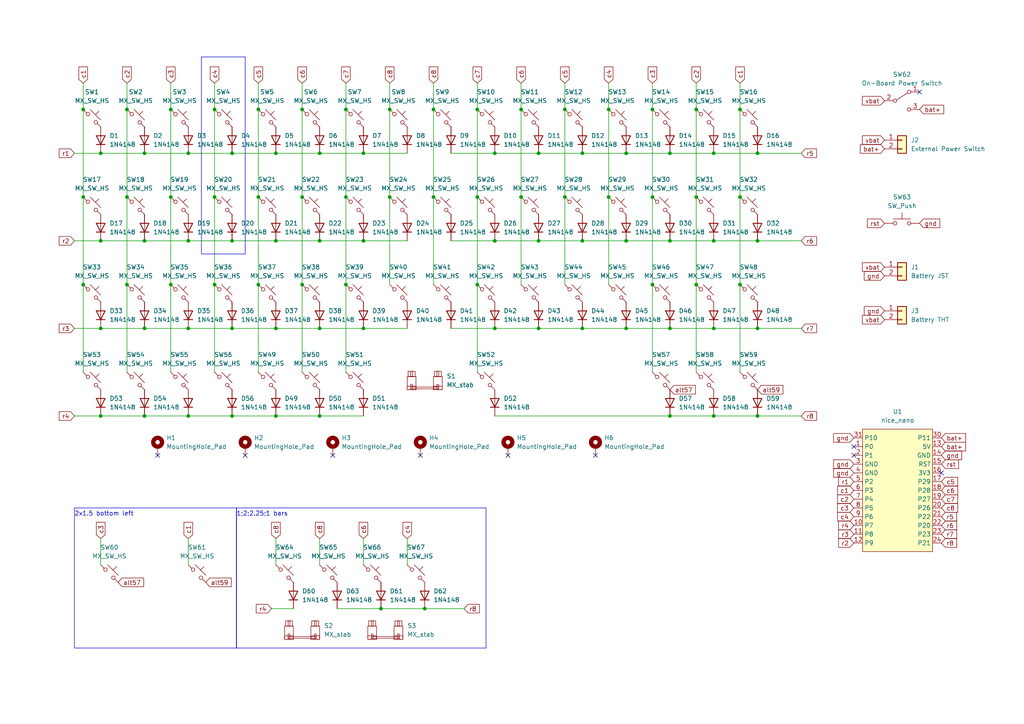
<source format=kicad_sch>
(kicad_sch (version 20231120) (generator "eeschema") (generator_version "8.0")
  (paper "A4")
  (junction (at 67.31 120.65))
  (junction (at 181.61 69.85))
  (junction (at 168.91 95.25))
  (junction (at 219.71 69.85))
  (junction (at 138.43 82.55))
  (junction (at 87.63 82.55))
  (junction (at 49.53 31.75))
  (junction (at 168.91 69.85))
  (junction (at 105.41 69.85))
  (junction (at 181.61 95.25))
  (junction (at 189.23 57.15))
  (junction (at 110.49 176.53))
  (junction (at 36.83 57.15))
  (junction (at 189.23 82.55))
  (junction (at 74.93 31.75))
  (junction (at 168.91 44.45))
  (junction (at 151.13 57.15))
  (junction (at 194.31 44.45))
  (junction (at 143.51 44.45))
  (junction (at 100.33 57.15))
  (junction (at 87.63 57.15))
  (junction (at 219.71 95.25))
  (junction (at 92.71 95.25))
  (junction (at 194.31 95.25))
  (junction (at 214.63 31.75))
  (junction (at 80.01 69.85))
  (junction (at 113.03 57.15))
  (junction (at 29.21 69.85))
  (junction (at 156.21 44.45))
  (junction (at 181.61 44.45))
  (junction (at 125.73 57.15))
  (junction (at 194.31 120.65))
  (junction (at 201.93 82.55))
  (junction (at 74.93 82.55))
  (junction (at 92.71 69.85))
  (junction (at 54.61 95.25))
  (junction (at 113.03 31.75))
  (junction (at 24.13 82.55))
  (junction (at 29.21 44.45))
  (junction (at 49.53 57.15))
  (junction (at 74.93 57.15))
  (junction (at 24.13 31.75))
  (junction (at 100.33 31.75))
  (junction (at 92.71 120.65))
  (junction (at 80.01 120.65))
  (junction (at 105.41 44.45))
  (junction (at 214.63 57.15))
  (junction (at 138.43 31.75))
  (junction (at 176.53 31.75))
  (junction (at 41.91 95.25))
  (junction (at 80.01 44.45))
  (junction (at 156.21 69.85))
  (junction (at 36.83 31.75))
  (junction (at 62.23 82.55))
  (junction (at 207.01 69.85))
  (junction (at 29.21 95.25))
  (junction (at 151.13 31.75))
  (junction (at 62.23 57.15))
  (junction (at 92.71 44.45))
  (junction (at 80.01 95.25))
  (junction (at 207.01 95.25))
  (junction (at 214.63 82.55))
  (junction (at 201.93 57.15))
  (junction (at 54.61 44.45))
  (junction (at 194.31 69.85))
  (junction (at 67.31 95.25))
  (junction (at 156.21 95.25))
  (junction (at 189.23 31.75))
  (junction (at 54.61 69.85))
  (junction (at 100.33 82.55))
  (junction (at 41.91 120.65))
  (junction (at 163.83 57.15))
  (junction (at 138.43 57.15))
  (junction (at 54.61 120.65))
  (junction (at 67.31 44.45))
  (junction (at 67.31 69.85))
  (junction (at 41.91 44.45))
  (junction (at 125.73 31.75))
  (junction (at 176.53 57.15))
  (junction (at 219.71 120.65))
  (junction (at 41.91 69.85))
  (junction (at 143.51 69.85))
  (junction (at 123.19 176.53))
  (junction (at 62.23 31.75))
  (junction (at 143.51 95.25))
  (junction (at 207.01 120.65))
  (junction (at 49.53 82.55))
  (junction (at 87.63 31.75))
  (junction (at 219.71 44.45))
  (junction (at 29.21 120.65))
  (junction (at 24.13 57.15))
  (junction (at 105.41 95.25))
  (junction (at 207.01 44.45))
  (junction (at 163.83 31.75))
  (junction (at 201.93 31.75))
  (junction (at 36.83 82.55))
  (no_connect (at 247.65 129.54))
  (no_connect (at 147.32 132.08))
  (no_connect (at 172.72 132.08))
  (no_connect (at 45.72 132.08))
  (no_connect (at 121.92 132.08))
  (no_connect (at 273.05 137.16))
  (no_connect (at 247.65 132.08))
  (no_connect (at 96.52 132.08))
  (no_connect (at 71.12 132.08))
  (no_connect (at 266.7 26.67))
  (wire (pts (xy 214.63 82.55) (xy 214.63 107.95)))
  (wire (pts (xy 125.73 57.15) (xy 125.73 82.55)))
  (wire (pts (xy 80.01 95.25) (xy 92.71 95.25)))
  (wire (pts (xy 201.93 82.55) (xy 201.93 107.95)))
  (wire (pts (xy 105.41 156.21) (xy 105.41 163.83)))
  (wire (pts (xy 100.33 24.13) (xy 100.33 31.75)))
  (wire (pts (xy 105.41 69.85) (xy 118.11 69.85)))
  (wire (pts (xy 87.63 24.13) (xy 87.63 31.75)))
  (wire (pts (xy 214.63 31.75) (xy 214.63 57.15)))
  (wire (pts (xy 54.61 95.25) (xy 67.31 95.25)))
  (wire (pts (xy 100.33 57.15) (xy 100.33 82.55)))
  (wire (pts (xy 105.41 95.25) (xy 118.11 95.25)))
  (wire (pts (xy 67.31 120.65) (xy 80.01 120.65)))
  (wire (pts (xy 176.53 24.13) (xy 176.53 31.75)))
  (wire (pts (xy 143.51 120.65) (xy 194.31 120.65)))
  (wire (pts (xy 80.01 156.21) (xy 80.01 163.83)))
  (wire (pts (xy 113.03 57.15) (xy 113.03 82.55)))
  (wire (pts (xy 36.83 24.13) (xy 36.83 31.75)))
  (wire (pts (xy 207.01 69.85) (xy 219.71 69.85)))
  (wire (pts (xy 24.13 24.13) (xy 24.13 31.75)))
  (wire (pts (xy 151.13 57.15) (xy 151.13 82.55)))
  (wire (pts (xy 189.23 24.13) (xy 189.23 31.75)))
  (wire (pts (xy 29.21 95.25) (xy 41.91 95.25)))
  (wire (pts (xy 130.81 69.85) (xy 143.51 69.85)))
  (wire (pts (xy 163.83 57.15) (xy 163.83 82.55)))
  (wire (pts (xy 92.71 69.85) (xy 105.41 69.85)))
  (wire (pts (xy 24.13 31.75) (xy 24.13 57.15)))
  (wire (pts (xy 219.71 120.65) (xy 232.41 120.65)))
  (wire (pts (xy 163.83 31.75) (xy 163.83 57.15)))
  (wire (pts (xy 49.53 82.55) (xy 49.53 107.95)))
  (wire (pts (xy 100.33 82.55) (xy 100.33 107.95)))
  (wire (pts (xy 41.91 44.45) (xy 54.61 44.45)))
  (wire (pts (xy 189.23 82.55) (xy 189.23 107.95)))
  (wire (pts (xy 181.61 69.85) (xy 194.31 69.85)))
  (wire (pts (xy 29.21 69.85) (xy 41.91 69.85)))
  (wire (pts (xy 207.01 120.65) (xy 219.71 120.65)))
  (wire (pts (xy 36.83 82.55) (xy 36.83 107.95)))
  (wire (pts (xy 194.31 95.25) (xy 207.01 95.25)))
  (wire (pts (xy 125.73 24.13) (xy 125.73 31.75)))
  (wire (pts (xy 21.59 120.65) (xy 29.21 120.65)))
  (wire (pts (xy 189.23 31.75) (xy 189.23 57.15)))
  (wire (pts (xy 87.63 82.55) (xy 87.63 107.95)))
  (wire (pts (xy 67.31 95.25) (xy 80.01 95.25)))
  (wire (pts (xy 36.83 31.75) (xy 36.83 57.15)))
  (wire (pts (xy 74.93 57.15) (xy 74.93 82.55)))
  (wire (pts (xy 194.31 120.65) (xy 207.01 120.65)))
  (wire (pts (xy 62.23 82.55) (xy 62.23 107.95)))
  (wire (pts (xy 41.91 120.65) (xy 54.61 120.65)))
  (wire (pts (xy 36.83 57.15) (xy 36.83 82.55)))
  (wire (pts (xy 176.53 31.75) (xy 176.53 57.15)))
  (wire (pts (xy 67.31 44.45) (xy 80.01 44.45)))
  (wire (pts (xy 168.91 95.25) (xy 181.61 95.25)))
  (wire (pts (xy 163.83 24.13) (xy 163.83 31.75)))
  (wire (pts (xy 24.13 57.15) (xy 24.13 82.55)))
  (wire (pts (xy 41.91 95.25) (xy 54.61 95.25)))
  (wire (pts (xy 54.61 120.65) (xy 67.31 120.65)))
  (wire (pts (xy 118.11 156.21) (xy 118.11 163.83)))
  (wire (pts (xy 62.23 57.15) (xy 62.23 82.55)))
  (wire (pts (xy 219.71 95.25) (xy 232.41 95.25)))
  (wire (pts (xy 113.03 31.75) (xy 113.03 57.15)))
  (wire (pts (xy 29.21 156.21) (xy 29.21 163.83)))
  (wire (pts (xy 21.59 69.85) (xy 29.21 69.85)))
  (wire (pts (xy 80.01 44.45) (xy 92.71 44.45)))
  (wire (pts (xy 92.71 120.65) (xy 105.41 120.65)))
  (wire (pts (xy 105.41 44.45) (xy 118.11 44.45)))
  (wire (pts (xy 92.71 44.45) (xy 105.41 44.45)))
  (wire (pts (xy 151.13 31.75) (xy 151.13 57.15)))
  (wire (pts (xy 201.93 31.75) (xy 201.93 57.15)))
  (wire (pts (xy 62.23 31.75) (xy 62.23 57.15)))
  (wire (pts (xy 189.23 57.15) (xy 189.23 82.55)))
  (wire (pts (xy 125.73 31.75) (xy 125.73 57.15)))
  (wire (pts (xy 54.61 44.45) (xy 67.31 44.45)))
  (wire (pts (xy 67.31 69.85) (xy 80.01 69.85)))
  (wire (pts (xy 201.93 57.15) (xy 201.93 82.55)))
  (wire (pts (xy 194.31 69.85) (xy 207.01 69.85)))
  (wire (pts (xy 24.13 82.55) (xy 24.13 107.95)))
  (wire (pts (xy 130.81 95.25) (xy 143.51 95.25)))
  (wire (pts (xy 92.71 156.21) (xy 92.71 163.83)))
  (wire (pts (xy 21.59 95.25) (xy 29.21 95.25)))
  (wire (pts (xy 207.01 44.45) (xy 219.71 44.45)))
  (wire (pts (xy 143.51 95.25) (xy 156.21 95.25)))
  (wire (pts (xy 143.51 44.45) (xy 156.21 44.45)))
  (wire (pts (xy 49.53 31.75) (xy 49.53 57.15)))
  (wire (pts (xy 219.71 69.85) (xy 232.41 69.85)))
  (wire (pts (xy 80.01 69.85) (xy 92.71 69.85)))
  (wire (pts (xy 156.21 44.45) (xy 168.91 44.45)))
  (wire (pts (xy 143.51 69.85) (xy 156.21 69.85)))
  (wire (pts (xy 29.21 120.65) (xy 41.91 120.65)))
  (wire (pts (xy 194.31 44.45) (xy 207.01 44.45)))
  (wire (pts (xy 168.91 69.85) (xy 181.61 69.85)))
  (wire (pts (xy 87.63 31.75) (xy 87.63 57.15)))
  (wire (pts (xy 80.01 120.65) (xy 92.71 120.65)))
  (wire (pts (xy 138.43 82.55) (xy 138.43 107.95)))
  (wire (pts (xy 207.01 95.25) (xy 219.71 95.25)))
  (wire (pts (xy 74.93 82.55) (xy 74.93 107.95)))
  (wire (pts (xy 181.61 44.45) (xy 194.31 44.45)))
  (wire (pts (xy 168.91 44.45) (xy 181.61 44.45)))
  (wire (pts (xy 176.53 57.15) (xy 176.53 82.55)))
  (wire (pts (xy 156.21 69.85) (xy 168.91 69.85)))
  (wire (pts (xy 100.33 31.75) (xy 100.33 57.15)))
  (wire (pts (xy 92.71 95.25) (xy 105.41 95.25)))
  (wire (pts (xy 110.49 176.53) (xy 123.19 176.53)))
  (wire (pts (xy 156.21 95.25) (xy 168.91 95.25)))
  (wire (pts (xy 138.43 57.15) (xy 138.43 82.55)))
  (wire (pts (xy 214.63 24.13) (xy 214.63 31.75)))
  (wire (pts (xy 123.19 176.53) (xy 134.62 176.53)))
  (wire (pts (xy 201.93 24.13) (xy 201.93 31.75)))
  (wire (pts (xy 113.03 24.13) (xy 113.03 31.75)))
  (wire (pts (xy 54.61 69.85) (xy 67.31 69.85)))
  (wire (pts (xy 138.43 24.13) (xy 138.43 31.75)))
  (wire (pts (xy 181.61 95.25) (xy 194.31 95.25)))
  (wire (pts (xy 21.59 44.45) (xy 29.21 44.45)))
  (wire (pts (xy 29.21 44.45) (xy 41.91 44.45)))
  (wire (pts (xy 214.63 57.15) (xy 214.63 82.55)))
  (wire (pts (xy 74.93 31.75) (xy 74.93 57.15)))
  (wire (pts (xy 151.13 24.13) (xy 151.13 31.75)))
  (wire (pts (xy 97.79 176.53) (xy 110.49 176.53)))
  (wire (pts (xy 130.81 44.45) (xy 143.51 44.45)))
  (wire (pts (xy 87.63 57.15) (xy 87.63 82.55)))
  (wire (pts (xy 219.71 44.45) (xy 232.41 44.45)))
  (wire (pts (xy 138.43 31.75) (xy 138.43 57.15)))
  (wire (pts (xy 54.61 156.21) (xy 54.61 163.83)))
  (wire (pts (xy 49.53 57.15) (xy 49.53 82.55)))
  (wire (pts (xy 41.91 69.85) (xy 54.61 69.85)))
  (wire (pts (xy 62.23 24.13) (xy 62.23 31.75)))
  (wire (pts (xy 74.93 24.13) (xy 74.93 31.75)))
  (wire (pts (xy 78.74 176.53) (xy 85.09 176.53)))
  (wire (pts (xy 49.53 24.13) (xy 49.53 31.75)))
  (rectangle (start 68.58 147.32) (end 140.97 187.96))
  (rectangle (start 21.59 147.32) (end 68.58 187.96))
  (rectangle (start 58.42 16.51) (end 71.12 73.66))
  (text "1;2;2.25;1 bars" (at 68.58 149.86 0) (effects (font (size 1.27 1.27)) (justify left bottom)))
  (text "2x1.5 bottom left" (at 21.59 149.86 0) (effects (font (size 1.27 1.27)) (justify left bottom)))
  (global_label "gnd" (shape input) (at 247.65 127 180) (property "Intersheetrefs" "${INTERSHEET_REFS}" (effects (hide yes))))
  (global_label "rst" (shape input) (at 273.05 134.62 0) (property "Intersheetrefs" "${INTERSHEET_REFS}" (effects (hide yes))))
  (global_label "c2" (shape input) (at 247.65 144.78 180) (property "Intersheetrefs" "${INTERSHEET_REFS}" (effects (hide yes))))
  (global_label "bat+" (shape input) (at 266.7 31.75 0) (property "Intersheetrefs" "${INTERSHEET_REFS}" (effects (hide yes))))
  (global_label "c3" (shape input) (at 247.65 147.32 180) (property "Intersheetrefs" "${INTERSHEET_REFS}" (effects (hide yes))))
  (global_label "c2" (shape input) (at 201.93 24.13 90) (property "Intersheetrefs" "${INTERSHEET_REFS}" (effects (hide yes))))
  (global_label "r8" (shape input) (at 232.41 120.65 0) (property "Intersheetrefs" "${INTERSHEET_REFS}" (effects (hide yes))))
  (global_label "vbat" (shape input) (at 256.54 40.64 180) (property "Intersheetrefs" "${INTERSHEET_REFS}" (effects (hide yes))))
  (global_label "r7" (shape input) (at 273.05 154.94 0) (property "Intersheetrefs" "${INTERSHEET_REFS}" (effects (hide yes))))
  (global_label "alt59" (shape input) (at 219.71 113.03 0) (property "Intersheetrefs" "${INTERSHEET_REFS}" (effects (hide yes))))
  (global_label "vbat" (shape input) (at 256.54 77.47 180) (property "Intersheetrefs" "${INTERSHEET_REFS}" (effects (hide yes))))
  (global_label "c8" (shape input) (at 113.03 24.13 90) (property "Intersheetrefs" "${INTERSHEET_REFS}" (effects (hide yes))))
  (global_label "r3" (shape input) (at 21.59 95.25 180) (property "Intersheetrefs" "${INTERSHEET_REFS}" (effects (hide yes))))
  (global_label "rst" (shape input) (at 256.54 64.77 180) (property "Intersheetrefs" "${INTERSHEET_REFS}" (effects (hide yes))))
  (global_label "c1" (shape input) (at 54.61 156.21 90) (property "Intersheetrefs" "${INTERSHEET_REFS}" (effects (hide yes))))
  (global_label "r6" (shape input) (at 273.05 152.4 0) (property "Intersheetrefs" "${INTERSHEET_REFS}" (effects (hide yes))))
  (global_label "c4" (shape input) (at 247.65 149.86 180) (property "Intersheetrefs" "${INTERSHEET_REFS}" (effects (hide yes))))
  (global_label "r5" (shape input) (at 273.05 149.86 0) (property "Intersheetrefs" "${INTERSHEET_REFS}" (effects (hide yes))))
  (global_label "r2" (shape input) (at 247.65 157.48 180) (property "Intersheetrefs" "${INTERSHEET_REFS}" (effects (hide yes))))
  (global_label "r2" (shape input) (at 21.59 69.85 180) (property "Intersheetrefs" "${INTERSHEET_REFS}" (effects (hide yes))))
  (global_label "c5" (shape input) (at 163.83 24.13 90) (property "Intersheetrefs" "${INTERSHEET_REFS}" (effects (hide yes))))
  (global_label "bat+" (shape input) (at 273.05 127 0) (property "Intersheetrefs" "${INTERSHEET_REFS}" (effects (hide yes))))
  (global_label "c6" (shape input) (at 151.13 24.13 90) (property "Intersheetrefs" "${INTERSHEET_REFS}" (effects (hide yes))))
  (global_label "r3" (shape input) (at 247.65 154.94 180) (property "Intersheetrefs" "${INTERSHEET_REFS}" (effects (hide yes))))
  (global_label "c4" (shape input) (at 118.11 156.21 90) (property "Intersheetrefs" "${INTERSHEET_REFS}" (effects (hide yes))))
  (global_label "c3" (shape input) (at 189.23 24.13 90) (property "Intersheetrefs" "${INTERSHEET_REFS}" (effects (hide yes))))
  (global_label "c3" (shape input) (at 29.21 156.21 90) (property "Intersheetrefs" "${INTERSHEET_REFS}" (effects (hide yes))))
  (global_label "vbat" (shape input) (at 256.54 29.21 180) (property "Intersheetrefs" "${INTERSHEET_REFS}" (effects (hide yes))))
  (global_label "r1" (shape input) (at 247.65 139.7 180) (property "Intersheetrefs" "${INTERSHEET_REFS}" (effects (hide yes))))
  (global_label "gnd" (shape input) (at 247.65 134.62 180) (property "Intersheetrefs" "${INTERSHEET_REFS}" (effects (hide yes))))
  (global_label "r4" (shape input) (at 21.59 120.65 180) (property "Intersheetrefs" "${INTERSHEET_REFS}" (effects (hide yes))))
  (global_label "c7" (shape input) (at 100.33 24.13 90) (property "Intersheetrefs" "${INTERSHEET_REFS}" (effects (hide yes))))
  (global_label "c7" (shape input) (at 273.05 144.78 0) (property "Intersheetrefs" "${INTERSHEET_REFS}" (effects (hide yes))))
  (global_label "bat+" (shape input) (at 256.54 43.18 180) (property "Intersheetrefs" "${INTERSHEET_REFS}" (effects (hide yes))))
  (global_label "c8" (shape input) (at 80.01 156.21 90) (property "Intersheetrefs" "${INTERSHEET_REFS}" (effects (hide yes))))
  (global_label "gnd" (shape input) (at 247.65 137.16 180) (property "Intersheetrefs" "${INTERSHEET_REFS}" (effects (hide yes))))
  (global_label "r5" (shape input) (at 232.41 44.45 0) (property "Intersheetrefs" "${INTERSHEET_REFS}" (effects (hide yes))))
  (global_label "r6" (shape input) (at 232.41 69.85 0) (property "Intersheetrefs" "${INTERSHEET_REFS}" (effects (hide yes))))
  (global_label "gnd" (shape input) (at 273.05 132.08 0) (property "Intersheetrefs" "${INTERSHEET_REFS}" (effects (hide yes))))
  (global_label "alt57" (shape input) (at 34.29 168.91 0) (property "Intersheetrefs" "${INTERSHEET_REFS}" (effects (hide yes))))
  (global_label "c2" (shape input) (at 36.83 24.13 90) (property "Intersheetrefs" "${INTERSHEET_REFS}" (effects (hide yes))))
  (global_label "c4" (shape input) (at 176.53 24.13 90) (property "Intersheetrefs" "${INTERSHEET_REFS}" (effects (hide yes))))
  (global_label "c8" (shape input) (at 125.73 24.13 90) (property "Intersheetrefs" "${INTERSHEET_REFS}" (effects (hide yes))))
  (global_label "alt59" (shape input) (at 59.69 168.91 0) (property "Intersheetrefs" "${INTERSHEET_REFS}" (effects (hide yes))))
  (global_label "c8" (shape input) (at 92.71 156.21 90) (property "Intersheetrefs" "${INTERSHEET_REFS}" (effects (hide yes))))
  (global_label "c6" (shape input) (at 273.05 142.24 0) (property "Intersheetrefs" "${INTERSHEET_REFS}" (effects (hide yes))))
  (global_label "bat+" (shape input) (at 273.05 129.54 0) (property "Intersheetrefs" "${INTERSHEET_REFS}" (effects (hide yes))))
  (global_label "gnd" (shape input) (at 256.54 90.17 180) (property "Intersheetrefs" "${INTERSHEET_REFS}" (effects (hide yes))))
  (global_label "c5" (shape input) (at 74.93 24.13 90) (property "Intersheetrefs" "${INTERSHEET_REFS}" (effects (hide yes))))
  (global_label "c1" (shape input) (at 247.65 142.24 180) (property "Intersheetrefs" "${INTERSHEET_REFS}" (effects (hide yes))))
  (global_label "vbat" (shape input) (at 256.54 92.71 180) (property "Intersheetrefs" "${INTERSHEET_REFS}" (effects (hide yes))))
  (global_label "c7" (shape input) (at 138.43 24.13 90) (property "Intersheetrefs" "${INTERSHEET_REFS}" (effects (hide yes))))
  (global_label "c5" (shape input) (at 273.05 139.7 0) (property "Intersheetrefs" "${INTERSHEET_REFS}" (effects (hide yes))))
  (global_label "alt57" (shape input) (at 194.31 113.03 0) (property "Intersheetrefs" "${INTERSHEET_REFS}" (effects (hide yes))))
  (global_label "c4" (shape input) (at 62.23 24.13 90) (property "Intersheetrefs" "${INTERSHEET_REFS}" (effects (hide yes))))
  (global_label "r4" (shape input) (at 78.74 176.53 180) (property "Intersheetrefs" "${INTERSHEET_REFS}" (effects (hide yes))))
  (global_label "c6" (shape input) (at 87.63 24.13 90) (property "Intersheetrefs" "${INTERSHEET_REFS}" (effects (hide yes))))
  (global_label "c6" (shape input) (at 105.41 156.21 90) (property "Intersheetrefs" "${INTERSHEET_REFS}" (effects (hide yes))))
  (global_label "r7" (shape input) (at 232.41 95.25 0) (property "Intersheetrefs" "${INTERSHEET_REFS}" (effects (hide yes))))
  (global_label "r1" (shape input) (at 21.59 44.45 180) (property "Intersheetrefs" "${INTERSHEET_REFS}" (effects (hide yes))))
  (global_label "gnd" (shape input) (at 266.7 64.77 0) (property "Intersheetrefs" "${INTERSHEET_REFS}" (effects (hide yes))))
  (global_label "c1" (shape input) (at 24.13 24.13 90) (property "Intersheetrefs" "${INTERSHEET_REFS}" (effects (hide yes))))
  (global_label "r8" (shape input) (at 134.62 176.53 0) (property "Intersheetrefs" "${INTERSHEET_REFS}" (effects (hide yes))))
  (global_label "c3" (shape input) (at 49.53 24.13 90) (property "Intersheetrefs" "${INTERSHEET_REFS}" (effects (hide yes))))
  (global_label "r8" (shape input) (at 273.05 157.48 0) (property "Intersheetrefs" "${INTERSHEET_REFS}" (effects (hide yes))))
  (global_label "r4" (shape input) (at 247.65 152.4 180) (property "Intersheetrefs" "${INTERSHEET_REFS}" (effects (hide yes))))
  (global_label "c8" (shape input) (at 273.05 147.32 0) (property "Intersheetrefs" "${INTERSHEET_REFS}" (effects (hide yes))))
  (global_label "gnd" (shape input) (at 256.54 80.01 180) (property "Intersheetrefs" "${INTERSHEET_REFS}" (effects (hide yes))))
  (global_label "c1" (shape input) (at 214.63 24.13 90) (property "Intersheetrefs" "${INTERSHEET_REFS}" (effects (hide yes))))
  (symbol (lib_id "marbastlib-mx:MX_SW_HS") (at 179.07 59.69 0) (unit 1)
    (property "Reference" "SW29" (at 179.07 52.07 0))
    (property "Value" "MX_SW_HS" (at 179.07 54.61 0))
    (property "Footprint" "PCM_marbastlib-mx:SW_MX_HS_1u" (effects (hide yes)))
  )
  (symbol (lib_id "marbastlib-mx:MX_SW_HS") (at 39.37 110.49 0) (unit 1)
    (property "Reference" "SW54" (at 39.37 102.87 0))
    (property "Value" "MX_SW_HS" (at 39.37 105.41 0))
    (property "Footprint" "PCM_marbastlib-mx:SW_MX_HS_1u" (effects (hide yes)))
  )
  (symbol (lib_id "Diode:1N4148") (at 181.61 40.64 90) (unit 1)
    (property "Reference" "D13" (at 184.15 39.37 90) (effects (justify right)))
    (property "Value" "1N4148" (at 184.15 41.91 90) (effects (justify right)))
    (property "Footprint" "Diode_SMD:D_1206_3216Metric_Pad1.42x1.75mm_HandSolder" (effects (hide yes)))
    (property "Datasheet" "https://assets.nexperia.com/documents/data-sheet/1N4148_1N4448.pdf" (effects (hide yes)))
    (property "Sim.Device" "D" (effects (hide yes)))
    (property "Sim.Pins" "1=K 2=A" (effects (hide yes)))
  )
  (symbol (lib_id "marbastlib-mx:MX_SW_HS") (at 120.65 166.37 0) (unit 1)
    (property "Reference" "SW67" (at 120.65 158.75 0))
    (property "Value" "MX_SW_HS" (at 120.65 161.29 0))
    (property "Footprint" "PCM_marbastlib-mx:SW_MX_HS_1u" (effects (hide yes)))
  )
  (symbol (lib_id "Diode:1N4148") (at 118.11 91.44 90) (unit 1)
    (property "Reference" "D40" (at 120.65 90.17 90) (effects (justify right)))
    (property "Value" "1N4148" (at 120.65 92.71 90) (effects (justify right)))
    (property "Footprint" "Diode_SMD:D_1206_3216Metric_Pad1.42x1.75mm_HandSolder" (effects (hide yes)))
    (property "Datasheet" "https://assets.nexperia.com/documents/data-sheet/1N4148_1N4448.pdf" (effects (hide yes)))
    (property "Sim.Device" "D" (effects (hide yes)))
    (property "Sim.Pins" "1=K 2=A" (effects (hide yes)))
  )
  (symbol (lib_id "Diode:1N4148") (at 194.31 116.84 90) (unit 1)
    (property "Reference" "D57" (at 196.85 115.57 90) (effects (justify right)))
    (property "Value" "1N4148" (at 196.85 118.11 90) (effects (justify right)))
    (property "Footprint" "Diode_SMD:D_1206_3216Metric_Pad1.42x1.75mm_HandSolder" (effects (hide yes)))
    (property "Datasheet" "https://assets.nexperia.com/documents/data-sheet/1N4148_1N4448.pdf" (effects (hide yes)))
    (property "Sim.Device" "D" (effects (hide yes)))
    (property "Sim.Pins" "1=K 2=A" (effects (hide yes)))
  )
  (symbol (lib_id "marbastlib-mx:MX_SW_HS") (at 115.57 59.69 0) (unit 1)
    (property "Reference" "SW24" (at 115.57 52.07 0))
    (property "Value" "MX_SW_HS" (at 115.57 54.61 0))
    (property "Footprint" "PCM_marbastlib-mx:SW_MX_HS_1u" (effects (hide yes)))
  )
  (symbol (lib_id "Diode:1N4148") (at 168.91 66.04 90) (unit 1)
    (property "Reference" "D28" (at 171.45 64.77 90) (effects (justify right)))
    (property "Value" "1N4148" (at 171.45 67.31 90) (effects (justify right)))
    (property "Footprint" "Diode_SMD:D_1206_3216Metric_Pad1.42x1.75mm_HandSolder" (effects (hide yes)))
    (property "Datasheet" "https://assets.nexperia.com/documents/data-sheet/1N4148_1N4448.pdf" (effects (hide yes)))
    (property "Sim.Device" "D" (effects (hide yes)))
    (property "Sim.Pins" "1=K 2=A" (effects (hide yes)))
  )
  (symbol (lib_id "marbastlib-mx:MX_SW_HS") (at 140.97 34.29 0) (unit 1)
    (property "Reference" "SW10" (at 140.97 26.67 0))
    (property "Value" "MX_SW_HS" (at 140.97 29.21 0))
    (property "Footprint" "PCM_marbastlib-mx:SW_MX_HS_1u" (effects (hide yes)))
  )
  (symbol (lib_id "marbastlib-mx:MX_SW_HS") (at 140.97 110.49 0) (unit 1)
    (property "Reference" "SW52" (at 140.97 102.87 0))
    (property "Value" "MX_SW_HS" (at 140.97 105.41 0))
    (property "Footprint" "PCM_marbastlib-mx:SW_MX_HS_1u" (effects (hide yes)))
  )
  (symbol (lib_id "marbastlib-mx:MX_SW_HS") (at 82.55 166.37 0) (unit 1)
    (property "Reference" "SW64" (at 82.55 158.75 0))
    (property "Value" "MX_SW_HS" (at 82.55 161.29 0))
    (property "Footprint" "PCM_marbastlib-mx:SW_MX_HS_1u" (effects (hide yes)))
  )
  (symbol (lib_id "marbastlib-mx:MX_SW_HS") (at 31.75 166.37 0) (unit 1)
    (property "Reference" "SW60" (at 31.75 158.75 0))
    (property "Value" "MX_SW_HS" (at 31.75 161.29 0))
    (property "Footprint" "PCM_marbastlib-mx:SW_MX_HS_CPG151101S11_1.5u" (effects (hide yes)))
  )
  (symbol (lib_id "marbastlib-mx:MX_SW_HS") (at 52.07 85.09 0) (unit 1)
    (property "Reference" "SW35" (at 52.07 77.47 0))
    (property "Value" "MX_SW_HS" (at 52.07 80.01 0))
    (property "Footprint" "PCM_marbastlib-mx:SW_MX_HS_1u" (effects (hide yes)))
  )
  (symbol (lib_id "Switch:SW_SPDT") (at 261.62 29.21 0) (unit 1)
    (property "Reference" "SW62" (at 261.62 21.59 0))
    (property "Value" "On-Board Power Switch" (at 261.62 24.13 0))
    (property "Footprint" "BeiBob:SW_SPDT_PCM12" (effects (hide yes)))
  )
  (symbol (lib_id "PCM_marbastlib-mx:MX_stab") (at 111.76 182.88 0) (unit 1)
    (property "Reference" "S3" (at 118.11 181.483 0) (effects (justify left)))
    (property "Value" "MX_stab" (at 118.11 184.023 0) (effects (justify left)))
    (property "Footprint" "PCM_marbastlib-mx:STAB_MX_P_2.25u" (effects (hide yes)))
  )
  (symbol (lib_id "Diode:1N4148") (at 67.31 66.04 90) (unit 1)
    (property "Reference" "D20" (at 69.85 64.77 90) (effects (justify right)))
    (property "Value" "1N4148" (at 69.85 67.31 90) (effects (justify right)))
    (property "Footprint" "Diode_SMD:D_1206_3216Metric_Pad1.42x1.75mm_HandSolder" (effects (hide yes)))
    (property "Datasheet" "https://assets.nexperia.com/documents/data-sheet/1N4148_1N4448.pdf" (effects (hide yes)))
    (property "Sim.Device" "D" (effects (hide yes)))
    (property "Sim.Pins" "1=K 2=A" (effects (hide yes)))
  )
  (symbol (lib_id "marbastlib-mx:MX_SW_HS") (at 52.07 59.69 0) (unit 1)
    (property "Reference" "SW19" (at 52.07 52.07 0))
    (property "Value" "MX_SW_HS" (at 52.07 54.61 0))
    (property "Footprint" "PCM_marbastlib-mx:SW_MX_HS_1u" (effects (hide yes)))
  )
  (symbol (lib_id "marbastlib-mx:MX_SW_HS") (at 102.87 85.09 0) (unit 1)
    (property "Reference" "SW39" (at 102.87 77.47 0))
    (property "Value" "MX_SW_HS" (at 102.87 80.01 0))
    (property "Footprint" "PCM_marbastlib-mx:SW_MX_HS_1u" (effects (hide yes)))
  )
  (symbol (lib_id "Diode:1N4148") (at 130.81 91.44 90) (unit 1)
    (property "Reference" "D41" (at 133.35 90.17 90) (effects (justify right)))
    (property "Value" "1N4148" (at 133.35 92.71 90) (effects (justify right)))
    (property "Footprint" "Diode_SMD:D_1206_3216Metric_Pad1.42x1.75mm_HandSolder" (effects (hide yes)))
    (property "Datasheet" "https://assets.nexperia.com/documents/data-sheet/1N4148_1N4448.pdf" (effects (hide yes)))
    (property "Sim.Device" "D" (effects (hide yes)))
    (property "Sim.Pins" "1=K 2=A" (effects (hide yes)))
  )
  (symbol (lib_id "Diode:1N4148") (at 85.09 172.72 90) (unit 1)
    (property "Reference" "D60" (at 87.63 171.45 90) (effects (justify right)))
    (property "Value" "1N4148" (at 87.63 173.99 90) (effects (justify right)))
    (property "Footprint" "Diode_SMD:D_1206_3216Metric_Pad1.42x1.75mm_HandSolder" (effects (hide yes)))
    (property "Datasheet" "https://assets.nexperia.com/documents/data-sheet/1N4148_1N4448.pdf" (effects (hide yes)))
    (property "Sim.Device" "D" (effects (hide yes)))
    (property "Sim.Pins" "1=K 2=A" (effects (hide yes)))
  )
  (symbol (lib_id "marbastlib-mx:MX_SW_HS") (at 115.57 34.29 0) (unit 1)
    (property "Reference" "SW8" (at 115.57 26.67 0))
    (property "Value" "MX_SW_HS" (at 115.57 29.21 0))
    (property "Footprint" "PCM_marbastlib-mx:SW_MX_HS_1u" (effects (hide yes)))
  )
  (symbol (lib_id "marbastlib-mx:MX_SW_HS") (at 39.37 85.09 0) (unit 1)
    (property "Reference" "SW34" (at 39.37 77.47 0))
    (property "Value" "MX_SW_HS" (at 39.37 80.01 0))
    (property "Footprint" "PCM_marbastlib-mx:SW_MX_HS_1u" (effects (hide yes)))
  )
  (symbol (lib_id "Diode:1N4148") (at 143.51 40.64 90) (unit 1)
    (property "Reference" "D10" (at 146.05 39.37 90) (effects (justify right)))
    (property "Value" "1N4148" (at 146.05 41.91 90) (effects (justify right)))
    (property "Footprint" "Diode_SMD:D_1206_3216Metric_Pad1.42x1.75mm_HandSolder" (effects (hide yes)))
    (property "Datasheet" "https://assets.nexperia.com/documents/data-sheet/1N4148_1N4448.pdf" (effects (hide yes)))
    (property "Sim.Device" "D" (effects (hide yes)))
    (property "Sim.Pins" "1=K 2=A" (effects (hide yes)))
  )
  (symbol (lib_id "Diode:1N4148") (at 156.21 91.44 90) (unit 1)
    (property "Reference" "D43" (at 158.75 90.17 90) (effects (justify right)))
    (property "Value" "1N4148" (at 158.75 92.71 90) (effects (justify right)))
    (property "Footprint" "Diode_SMD:D_1206_3216Metric_Pad1.42x1.75mm_HandSolder" (effects (hide yes)))
    (property "Datasheet" "https://assets.nexperia.com/documents/data-sheet/1N4148_1N4448.pdf" (effects (hide yes)))
    (property "Sim.Device" "D" (effects (hide yes)))
    (property "Sim.Pins" "1=K 2=A" (effects (hide yes)))
  )
  (symbol (lib_id "PCM_marbastlib-mx:MX_stab") (at 87.63 182.88 0) (unit 1)
    (property "Reference" "S2" (at 93.98 181.483 0) (effects (justify left)))
    (property "Value" "MX_stab" (at 93.98 184.023 0) (effects (justify left)))
    (property "Footprint" "PCM_marbastlib-mx:STAB_MX_P_2u" (effects (hide yes)))
  )
  (symbol (lib_id "marbastlib-mx:MX_SW_HS") (at 153.67 85.09 0) (unit 1)
    (property "Reference" "SW43" (at 153.67 77.47 0))
    (property "Value" "MX_SW_HS" (at 153.67 80.01 0))
    (property "Footprint" "PCM_marbastlib-mx:SW_MX_HS_1u" (effects (hide yes)))
  )
  (symbol (lib_id "Diode:1N4148") (at 181.61 91.44 90) (unit 1)
    (property "Reference" "D45" (at 184.15 90.17 90) (effects (justify right)))
    (property "Value" "1N4148" (at 184.15 92.71 90) (effects (justify right)))
    (property "Footprint" "Diode_SMD:D_1206_3216Metric_Pad1.42x1.75mm_HandSolder" (effects (hide yes)))
    (property "Datasheet" "https://assets.nexperia.com/documents/data-sheet/1N4148_1N4448.pdf" (effects (hide yes)))
    (property "Sim.Device" "D" (effects (hide yes)))
    (property "Sim.Pins" "1=K 2=A" (effects (hide yes)))
  )
  (symbol (lib_id "Diode:1N4148") (at 97.79 172.72 90) (unit 1)
    (property "Reference" "D63" (at 100.33 171.45 90) (effects (justify right)))
    (property "Value" "1N4148" (at 100.33 173.99 90) (effects (justify right)))
    (property "Footprint" "Diode_SMD:D_1206_3216Metric_Pad1.42x1.75mm_HandSolder" (effects (hide yes)))
    (property "Datasheet" "https://assets.nexperia.com/documents/data-sheet/1N4148_1N4448.pdf" (effects (hide yes)))
    (property "Sim.Device" "D" (effects (hide yes)))
    (property "Sim.Pins" "1=K 2=A" (effects (hide yes)))
  )
  (symbol (lib_id "Diode:1N4148") (at 118.11 66.04 90) (unit 1)
    (property "Reference" "D24" (at 120.65 64.77 90) (effects (justify right)))
    (property "Value" "1N4148" (at 120.65 67.31 90) (effects (justify right)))
    (property "Footprint" "Diode_SMD:D_1206_3216Metric_Pad1.42x1.75mm_HandSolder" (effects (hide yes)))
    (property "Datasheet" "https://assets.nexperia.com/documents/data-sheet/1N4148_1N4448.pdf" (effects (hide yes)))
    (property "Sim.Device" "D" (effects (hide yes)))
    (property "Sim.Pins" "1=K 2=A" (effects (hide yes)))
  )
  (symbol (lib_id "Diode:1N4148") (at 29.21 40.64 90) (unit 1)
    (property "Reference" "D1" (at 31.75 39.37 90) (effects (justify right)))
    (property "Value" "1N4148" (at 31.75 41.91 90) (effects (justify right)))
    (property "Footprint" "Diode_SMD:D_1206_3216Metric_Pad1.42x1.75mm_HandSolder" (effects (hide yes)))
    (property "Datasheet" "https://assets.nexperia.com/documents/data-sheet/1N4148_1N4448.pdf" (effects (hide yes)))
    (property "Sim.Device" "D" (effects (hide yes)))
    (property "Sim.Pins" "1=K 2=A" (effects (hide yes)))
  )
  (symbol (lib_id "Diode:1N4148") (at 54.61 66.04 90) (unit 1)
    (property "Reference" "D19" (at 57.15 64.77 90) (effects (justify right)))
    (property "Value" "1N4148" (at 57.15 67.31 90) (effects (justify right)))
    (property "Footprint" "Diode_SMD:D_1206_3216Metric_Pad1.42x1.75mm_HandSolder" (effects (hide yes)))
    (property "Datasheet" "https://assets.nexperia.com/documents/data-sheet/1N4148_1N4448.pdf" (effects (hide yes)))
    (property "Sim.Device" "D" (effects (hide yes)))
    (property "Sim.Pins" "1=K 2=A" (effects (hide yes)))
  )
  (symbol (lib_id "marbastlib-mx:MX_SW_HS") (at 64.77 85.09 0) (unit 1)
    (property "Reference" "SW36" (at 64.77 77.47 0))
    (property "Value" "MX_SW_HS" (at 64.77 80.01 0))
    (property "Footprint" "PCM_marbastlib-mx:SW_MX_HS_1u" (effects (hide yes)))
  )
  (symbol (lib_id "Diode:1N4148") (at 41.91 40.64 90) (unit 1)
    (property "Reference" "D2" (at 44.45 39.37 90) (effects (justify right)))
    (property "Value" "1N4148" (at 44.45 41.91 90) (effects (justify right)))
    (property "Footprint" "Diode_SMD:D_1206_3216Metric_Pad1.42x1.75mm_HandSolder" (effects (hide yes)))
    (property "Datasheet" "https://assets.nexperia.com/documents/data-sheet/1N4148_1N4448.pdf" (effects (hide yes)))
    (property "Sim.Device" "D" (effects (hide yes)))
    (property "Sim.Pins" "1=K 2=A" (effects (hide yes)))
  )
  (symbol (lib_id "Diode:1N4148") (at 41.91 66.04 90) (unit 1)
    (property "Reference" "D18" (at 44.45 64.77 90) (effects (justify right)))
    (property "Value" "1N4148" (at 44.45 67.31 90) (effects (justify right)))
    (property "Footprint" "Diode_SMD:D_1206_3216Metric_Pad1.42x1.75mm_HandSolder" (effects (hide yes)))
    (property "Datasheet" "https://assets.nexperia.com/documents/data-sheet/1N4148_1N4448.pdf" (effects (hide yes)))
    (property "Sim.Device" "D" (effects (hide yes)))
    (property "Sim.Pins" "1=K 2=A" (effects (hide yes)))
  )
  (symbol (lib_id "Diode:1N4148") (at 110.49 172.72 90) (unit 1)
    (property "Reference" "D61" (at 113.03 171.45 90) (effects (justify right)))
    (property "Value" "1N4148" (at 113.03 173.99 90) (effects (justify right)))
    (property "Footprint" "Diode_SMD:D_1206_3216Metric_Pad1.42x1.75mm_HandSolder" (effects (hide yes)))
    (property "Datasheet" "https://assets.nexperia.com/documents/data-sheet/1N4148_1N4448.pdf" (effects (hide yes)))
    (property "Sim.Device" "D" (effects (hide yes)))
    (property "Sim.Pins" "1=K 2=A" (effects (hide yes)))
  )
  (symbol (lib_id "marbastlib-mx:MX_SW_HS") (at 52.07 34.29 0) (unit 1)
    (property "Reference" "SW3" (at 52.07 26.67 0))
    (property "Value" "MX_SW_HS" (at 52.07 29.21 0))
    (property "Footprint" "PCM_marbastlib-mx:SW_MX_HS_1u" (effects (hide yes)))
  )
  (symbol (lib_id "marbastlib-mx:MX_SW_HS") (at 204.47 110.49 0) (unit 1)
    (property "Reference" "SW58" (at 204.47 102.87 0))
    (property "Value" "MX_SW_HS" (at 204.47 105.41 0))
    (property "Footprint" "PCM_marbastlib-mx:SW_MX_HS_1u" (effects (hide yes)))
  )
  (symbol (lib_id "Diode:1N4148") (at 194.31 40.64 90) (unit 1)
    (property "Reference" "D14" (at 196.85 39.37 90) (effects (justify right)))
    (property "Value" "1N4148" (at 196.85 41.91 90) (effects (justify right)))
    (property "Footprint" "Diode_SMD:D_1206_3216Metric_Pad1.42x1.75mm_HandSolder" (effects (hide yes)))
    (property "Datasheet" "https://assets.nexperia.com/documents/data-sheet/1N4148_1N4448.pdf" (effects (hide yes)))
    (property "Sim.Device" "D" (effects (hide yes)))
    (property "Sim.Pins" "1=K 2=A" (effects (hide yes)))
  )
  (symbol (lib_id "Diode:1N4148") (at 207.01 40.64 90) (unit 1)
    (property "Reference" "D15" (at 209.55 39.37 90) (effects (justify right)))
    (property "Value" "1N4148" (at 209.55 41.91 90) (effects (justify right)))
    (property "Footprint" "Diode_SMD:D_1206_3216Metric_Pad1.42x1.75mm_HandSolder" (effects (hide yes)))
    (property "Datasheet" "https://assets.nexperia.com/documents/data-sheet/1N4148_1N4448.pdf" (effects (hide yes)))
    (property "Sim.Device" "D" (effects (hide yes)))
    (property "Sim.Pins" "1=K 2=A" (effects (hide yes)))
  )
  (symbol (lib_id "marbastlib-mx:MX_SW_HS") (at 39.37 59.69 0) (unit 1)
    (property "Reference" "SW18" (at 39.37 52.07 0))
    (property "Value" "MX_SW_HS" (at 39.37 54.61 0))
    (property "Footprint" "PCM_marbastlib-mx:SW_MX_HS_1u" (effects (hide yes)))
  )
  (symbol (lib_id "Diode:1N4148") (at 29.21 91.44 90) (unit 1)
    (property "Reference" "D33" (at 31.75 90.17 90) (effects (justify right)))
    (property "Value" "1N4148" (at 31.75 92.71 90) (effects (justify right)))
    (property "Footprint" "Diode_SMD:D_1206_3216Metric_Pad1.42x1.75mm_HandSolder" (effects (hide yes)))
    (property "Datasheet" "https://assets.nexperia.com/documents/data-sheet/1N4148_1N4448.pdf" (effects (hide yes)))
    (property "Sim.Device" "D" (effects (hide yes)))
    (property "Sim.Pins" "1=K 2=A" (effects (hide yes)))
  )
  (symbol (lib_id "marbastlib-mx:MX_SW_HS") (at 26.67 59.69 0) (unit 1)
    (property "Reference" "SW17" (at 26.67 52.07 0))
    (property "Value" "MX_SW_HS" (at 26.67 54.61 0))
    (property "Footprint" "PCM_marbastlib-mx:SW_MX_HS_1u" (effects (hide yes)))
  )
  (symbol (lib_id "marbastlib-mx:MX_SW_HS") (at 166.37 85.09 0) (unit 1)
    (property "Reference" "SW44" (at 166.37 77.47 0))
    (property "Value" "MX_SW_HS" (at 166.37 80.01 0))
    (property "Footprint" "PCM_marbastlib-mx:SW_MX_HS_1u" (effects (hide yes)))
  )
  (symbol (lib_id "marbastlib-mx:MX_SW_HS") (at 153.67 34.29 0) (unit 1)
    (property "Reference" "SW11" (at 153.67 26.67 0))
    (property "Value" "MX_SW_HS" (at 153.67 29.21 0))
    (property "Footprint" "PCM_marbastlib-mx:SW_MX_HS_1u" (effects (hide yes)))
  )
  (symbol (lib_id "Diode:1N4148") (at 168.91 91.44 90) (unit 1)
    (property "Reference" "D44" (at 171.45 90.17 90) (effects (justify right)))
    (property "Value" "1N4148" (at 171.45 92.71 90) (effects (justify right)))
    (property "Footprint" "Diode_SMD:D_1206_3216Metric_Pad1.42x1.75mm_HandSolder" (effects (hide yes)))
    (property "Datasheet" "https://assets.nexperia.com/documents/data-sheet/1N4148_1N4448.pdf" (effects (hide yes)))
    (property "Sim.Device" "D" (effects (hide yes)))
    (property "Sim.Pins" "1=K 2=A" (effects (hide yes)))
  )
  (symbol (lib_id "Mechanical:MountingHole_Pad") (at 172.72 129.54 0) (unit 1)
    (property "Reference" "H6" (at 175.26 127 0) (effects (justify left)))
    (property "Value" "MountingHole_Pad" (at 175.26 129.54 0) (effects (justify left)))
    (property "Footprint" "MountingHole:MountingHole_2.2mm_M2_Pad" (effects (hide yes)))
  )
  (symbol (lib_id "marbastlib-mx:MX_SW_HS") (at 26.67 110.49 0) (unit 1)
    (property "Reference" "SW53" (at 26.67 102.87 0))
    (property "Value" "MX_SW_HS" (at 26.67 105.41 0))
    (property "Footprint" "PCM_marbastlib-mx:SW_MX_HS_1u" (effects (hide yes)))
  )
  (symbol (lib_id "Mechanical:MountingHole_Pad") (at 96.52 129.54 0) (unit 1)
    (property "Reference" "H3" (at 99.06 127 0) (effects (justify left)))
    (property "Value" "MountingHole_Pad" (at 99.06 129.54 0) (effects (justify left)))
    (property "Footprint" "MountingHole:MountingHole_2.2mm_M2_Pad" (effects (hide yes)))
  )
  (symbol (lib_id "marbastlib-mx:MX_SW_HS") (at 153.67 59.69 0) (unit 1)
    (property "Reference" "SW27" (at 153.67 52.07 0))
    (property "Value" "MX_SW_HS" (at 153.67 54.61 0))
    (property "Footprint" "PCM_marbastlib-mx:SW_MX_HS_1u" (effects (hide yes)))
  )
  (symbol (lib_id "Diode:1N4148") (at 29.21 116.84 90) (unit 1)
    (property "Reference" "D53" (at 31.75 115.57 90) (effects (justify right)))
    (property "Value" "1N4148" (at 31.75 118.11 90) (effects (justify right)))
    (property "Footprint" "Diode_SMD:D_1206_3216Metric_Pad1.42x1.75mm_HandSolder" (effects (hide yes)))
    (property "Datasheet" "https://assets.nexperia.com/documents/data-sheet/1N4148_1N4448.pdf" (effects (hide yes)))
    (property "Sim.Device" "D" (effects (hide yes)))
    (property "Sim.Pins" "1=K 2=A" (effects (hide yes)))
  )
  (symbol (lib_id "Diode:1N4148") (at 92.71 91.44 90) (unit 1)
    (property "Reference" "D38" (at 95.25 90.17 90) (effects (justify right)))
    (property "Value" "1N4148" (at 95.25 92.71 90) (effects (justify right)))
    (property "Footprint" "Diode_SMD:D_1206_3216Metric_Pad1.42x1.75mm_HandSolder" (effects (hide yes)))
    (property "Datasheet" "https://assets.nexperia.com/documents/data-sheet/1N4148_1N4448.pdf" (effects (hide yes)))
    (property "Sim.Device" "D" (effects (hide yes)))
    (property "Sim.Pins" "1=K 2=A" (effects (hide yes)))
  )
  (symbol (lib_id "marbastlib-mx:MX_SW_HS") (at 217.17 59.69 0) (unit 1)
    (property "Reference" "SW32" (at 217.17 52.07 0))
    (property "Value" "MX_SW_HS" (at 217.17 54.61 0))
    (property "Footprint" "PCM_marbastlib-mx:SW_MX_HS_1.5u" (effects (hide yes)))
  )
  (symbol (lib_id "Diode:1N4148") (at 143.51 66.04 90) (unit 1)
    (property "Reference" "D26" (at 146.05 64.77 90) (effects (justify right)))
    (property "Value" "1N4148" (at 146.05 67.31 90) (effects (justify right)))
    (property "Footprint" "Diode_SMD:D_1206_3216Metric_Pad1.42x1.75mm_HandSolder" (effects (hide yes)))
    (property "Datasheet" "https://assets.nexperia.com/documents/data-sheet/1N4148_1N4448.pdf" (effects (hide yes)))
    (property "Sim.Device" "D" (effects (hide yes)))
    (property "Sim.Pins" "1=K 2=A" (effects (hide yes)))
  )
  (symbol (lib_id "marbastlib-mx:MX_SW_HS") (at 191.77 59.69 0) (unit 1)
    (property "Reference" "SW30" (at 191.77 52.07 0))
    (property "Value" "MX_SW_HS" (at 191.77 54.61 0))
    (property "Footprint" "PCM_marbastlib-mx:SW_MX_HS_1u" (effects (hide yes)))
  )
  (symbol (lib_id "marbastlib-mx:MX_SW_HS") (at 90.17 34.29 0) (unit 1)
    (property "Reference" "SW6" (at 90.17 26.67 0))
    (property "Value" "MX_SW_HS" (at 90.17 29.21 0))
    (property "Footprint" "PCM_marbastlib-mx:SW_MX_HS_1u" (effects (hide yes)))
  )
  (symbol (lib_id "marbastlib-mx:MX_SW_HS") (at 128.27 85.09 0) (unit 1)
    (property "Reference" "SW41" (at 128.27 77.47 0))
    (property "Value" "MX_SW_HS" (at 128.27 80.01 0))
    (property "Footprint" "PCM_marbastlib-mx:SW_MX_HS_1u" (effects (hide yes)))
  )
  (symbol (lib_id "marbastlib-mx:MX_SW_HS") (at 102.87 34.29 0) (unit 1)
    (property "Reference" "SW7" (at 102.87 26.67 0))
    (property "Value" "MX_SW_HS" (at 102.87 29.21 0))
    (property "Footprint" "PCM_marbastlib-mx:SW_MX_HS_1u" (effects (hide yes)))
  )
  (symbol (lib_id "Diode:1N4148") (at 219.71 40.64 90) (unit 1)
    (property "Reference" "D16" (at 222.25 39.37 90) (effects (justify right)))
    (property "Value" "1N4148" (at 222.25 41.91 90) (effects (justify right)))
    (property "Footprint" "Diode_SMD:D_1206_3216Metric_Pad1.42x1.75mm_HandSolder" (effects (hide yes)))
    (property "Datasheet" "https://assets.nexperia.com/documents/data-sheet/1N4148_1N4448.pdf" (effects (hide yes)))
    (property "Sim.Device" "D" (effects (hide yes)))
    (property "Sim.Pins" "1=K 2=A" (effects (hide yes)))
  )
  (symbol (lib_id "Diode:1N4148") (at 207.01 66.04 90) (unit 1)
    (property "Reference" "D31" (at 209.55 64.77 90) (effects (justify right)))
    (property "Value" "1N4148" (at 209.55 67.31 90) (effects (justify right)))
    (property "Footprint" "Diode_SMD:D_1206_3216Metric_Pad1.42x1.75mm_HandSolder" (effects (hide yes)))
    (property "Datasheet" "https://assets.nexperia.com/documents/data-sheet/1N4148_1N4448.pdf" (effects (hide yes)))
    (property "Sim.Device" "D" (effects (hide yes)))
    (property "Sim.Pins" "1=K 2=A" (effects (hide yes)))
  )
  (symbol (lib_id "Diode:1N4148") (at 219.71 116.84 90) (unit 1)
    (property "Reference" "D59" (at 222.25 115.57 90) (effects (justify right)))
    (property "Value" "1N4148" (at 222.25 118.11 90) (effects (justify right)))
    (property "Footprint" "Diode_SMD:D_1206_3216Metric_Pad1.42x1.75mm_HandSolder" (effects (hide yes)))
    (property "Datasheet" "https://assets.nexperia.com/documents/data-sheet/1N4148_1N4448.pdf" (effects (hide yes)))
    (property "Sim.Device" "D" (effects (hide yes)))
    (property "Sim.Pins" "1=K 2=A" (effects (hide yes)))
  )
  (symbol (lib_id "marbastlib-mx:MX_SW_HS") (at 90.17 110.49 0) (unit 1)
    (property "Reference" "SW50" (at 90.17 102.87 0))
    (property "Value" "MX_SW_HS" (at 90.17 105.41 0))
    (property "Footprint" "PCM_marbastlib-mx:SW_MX_HS_1u" (effects (hide yes)))
  )
  (symbol (lib_id "Diode:1N4148") (at 168.91 40.64 90) (unit 1)
    (property "Reference" "D12" (at 171.45 39.37 90) (effects (justify right)))
    (property "Value" "1N4148" (at 171.45 41.91 90) (effects (justify right)))
    (property "Footprint" "Diode_SMD:D_1206_3216Metric_Pad1.42x1.75mm_HandSolder" (effects (hide yes)))
    (property "Datasheet" "https://assets.nexperia.com/documents/data-sheet/1N4148_1N4448.pdf" (effects (hide yes)))
    (property "Sim.Device" "D" (effects (hide yes)))
    (property "Sim.Pins" "1=K 2=A" (effects (hide yes)))
  )
  (symbol (lib_id "Diode:1N4148") (at 80.01 91.44 90) (unit 1)
    (property "Reference" "D37" (at 82.55 90.17 90) (effects (justify right)))
    (property "Value" "1N4148" (at 82.55 92.71 90) (effects (justify right)))
    (property "Footprint" "Diode_SMD:D_1206_3216Metric_Pad1.42x1.75mm_HandSolder" (effects (hide yes)))
    (property "Datasheet" "https://assets.nexperia.com/documents/data-sheet/1N4148_1N4448.pdf" (effects (hide yes)))
    (property "Sim.Device" "D" (effects (hide yes)))
    (property "Sim.Pins" "1=K 2=A" (effects (hide yes)))
  )
  (symbol (lib_id "marbastlib-mx:MX_SW_HS") (at 77.47 34.29 0) (unit 1)
    (property "Reference" "SW5" (at 77.47 26.67 0))
    (property "Value" "MX_SW_HS" (at 77.47 29.21 0))
    (property "Footprint" "PCM_marbastlib-mx:SW_MX_HS_1u" (effects (hide yes)))
  )
  (symbol (lib_id "Diode:1N4148") (at 130.81 40.64 90) (unit 1)
    (property "Reference" "D9" (at 133.35 39.37 90) (effects (justify right)))
    (property "Value" "1N4148" (at 133.35 41.91 90) (effects (justify right)))
    (property "Footprint" "Diode_SMD:D_1206_3216Metric_Pad1.42x1.75mm_HandSolder" (effects (hide yes)))
    (property "Datasheet" "https://assets.nexperia.com/documents/data-sheet/1N4148_1N4448.pdf" (effects (hide yes)))
    (property "Sim.Device" "D" (effects (hide yes)))
    (property "Sim.Pins" "1=K 2=A" (effects (hide yes)))
  )
  (symbol (lib_id "Diode:1N4148") (at 92.71 40.64 90) (unit 1)
    (property "Reference" "D6" (at 95.25 39.37 90) (effects (justify right)))
    (property "Value" "1N4148" (at 95.25 41.91 90) (effects (justify right)))
    (property "Footprint" "Diode_SMD:D_1206_3216Metric_Pad1.42x1.75mm_HandSolder" (effects (hide yes)))
    (property "Datasheet" "https://assets.nexperia.com/documents/data-sheet/1N4148_1N4448.pdf" (effects (hide yes)))
    (property "Sim.Device" "D" (effects (hide yes)))
    (property "Sim.Pins" "1=K 2=A" (effects (hide yes)))
  )
  (symbol (lib_id "marbastlib-mx:MX_SW_HS") (at 107.95 166.37 0) (unit 1)
    (property "Reference" "SW66" (at 107.95 158.75 0))
    (property "Value" "MX_SW_HS" (at 107.95 161.29 0))
    (property "Footprint" "PCM_marbastlib-mx:SW_MX_HS_1u" (effects (hide yes)))
  )
  (symbol (lib_id "Connector_Generic:Conn_01x02") (at 261.62 40.64 0) (unit 1)
    (property "Reference" "J2" (at 264.16 40.64 0) (effects (justify left)))
    (property "Value" "External Power Switch" (at 264.16 43.18 0) (effects (justify left)))
    (property "Footprint" "apfellib:power-switch_thts" (effects (hide yes)))
  )
  (symbol (lib_id "marbastlib-mx:MX_SW_HS") (at 140.97 85.09 0) (unit 1)
    (property "Reference" "SW42" (at 140.97 77.47 0))
    (property "Value" "MX_SW_HS" (at 140.97 80.01 0))
    (property "Footprint" "PCM_marbastlib-mx:SW_MX_HS_1u" (effects (hide yes)))
  )
  (symbol (lib_id "Diode:1N4148") (at 67.31 40.64 90) (unit 1)
    (property "Reference" "D4" (at 69.85 39.37 90) (effects (justify right)))
    (property "Value" "1N4148" (at 69.85 41.91 90) (effects (justify right)))
    (property "Footprint" "Diode_SMD:D_1206_3216Metric_Pad1.42x1.75mm_HandSolder" (effects (hide yes)))
    (property "Datasheet" "https://assets.nexperia.com/documents/data-sheet/1N4148_1N4448.pdf" (effects (hide yes)))
    (property "Sim.Device" "D" (effects (hide yes)))
    (property "Sim.Pins" "1=K 2=A" (effects (hide yes)))
  )
  (symbol (lib_id "Diode:1N4148") (at 105.41 116.84 90) (unit 1)
    (property "Reference" "D51" (at 107.95 115.57 90) (effects (justify right)))
    (property "Value" "1N4148" (at 107.95 118.11 90) (effects (justify right)))
    (property "Footprint" "Diode_SMD:D_1206_3216Metric_Pad1.42x1.75mm_HandSolder" (effects (hide yes)))
    (property "Datasheet" "https://assets.nexperia.com/documents/data-sheet/1N4148_1N4448.pdf" (effects (hide yes)))
    (property "Sim.Device" "D" (effects (hide yes)))
    (property "Sim.Pins" "1=K 2=A" (effects (hide yes)))
  )
  (symbol (lib_id "Diode:1N4148") (at 92.71 116.84 90) (unit 1)
    (property "Reference" "D50" (at 95.25 115.57 90) (effects (justify right)))
    (property "Value" "1N4148" (at 95.25 118.11 90) (effects (justify right)))
    (property "Footprint" "Diode_SMD:D_1206_3216Metric_Pad1.42x1.75mm_HandSolder" (effects (hide yes)))
    (property "Datasheet" "https://assets.nexperia.com/documents/data-sheet/1N4148_1N4448.pdf" (effects (hide yes)))
    (property "Sim.Device" "D" (effects (hide yes)))
    (property "Sim.Pins" "1=K 2=A" (effects (hide yes)))
  )
  (symbol (lib_id "Mechanical:MountingHole_Pad") (at 45.72 129.54 0) (unit 1)
    (property "Reference" "H1" (at 48.26 127 0) (effects (justify left)))
    (property "Value" "MountingHole_Pad" (at 48.26 129.54 0) (effects (justify left)))
    (property "Footprint" "MountingHole:MountingHole_2.2mm_M2_Pad" (effects (hide yes)))
  )
  (symbol (lib_id "Diode:1N4148") (at 41.91 116.84 90) (unit 1)
    (property "Reference" "D54" (at 44.45 115.57 90) (effects (justify right)))
    (property "Value" "1N4148" (at 44.45 118.11 90) (effects (justify right)))
    (property "Footprint" "Diode_SMD:D_1206_3216Metric_Pad1.42x1.75mm_HandSolder" (effects (hide yes)))
    (property "Datasheet" "https://assets.nexperia.com/documents/data-sheet/1N4148_1N4448.pdf" (effects (hide yes)))
    (property "Sim.Device" "D" (effects (hide yes)))
    (property "Sim.Pins" "1=K 2=A" (effects (hide yes)))
  )
  (symbol (lib_id "marbastlib-mx:MX_SW_HS") (at 90.17 59.69 0) (unit 1)
    (property "Reference" "SW22" (at 90.17 52.07 0))
    (property "Value" "MX_SW_HS" (at 90.17 54.61 0))
    (property "Footprint" "PCM_marbastlib-mx:SW_MX_HS_1u" (effects (hide yes)))
  )
  (symbol (lib_id "marbastlib-mx:MX_SW_HS") (at 115.57 85.09 0) (unit 1)
    (property "Reference" "SW40" (at 115.57 77.47 0))
    (property "Value" "MX_SW_HS" (at 115.57 80.01 0))
    (property "Footprint" "PCM_marbastlib-mx:SW_MX_HS_1u" (effects (hide yes)))
  )
  (symbol (lib_id "Diode:1N4148") (at 194.31 66.04 90) (unit 1)
    (property "Reference" "D30" (at 196.85 64.77 90) (effects (justify right)))
    (property "Value" "1N4148" (at 196.85 67.31 90) (effects (justify right)))
    (property "Footprint" "Diode_SMD:D_1206_3216Metric_Pad1.42x1.75mm_HandSolder" (effects (hide yes)))
    (property "Datasheet" "https://assets.nexperia.com/documents/data-sheet/1N4148_1N4448.pdf" (effects (hide yes)))
    (property "Sim.Device" "D" (effects (hide yes)))
    (property "Sim.Pins" "1=K 2=A" (effects (hide yes)))
  )
  (symbol (lib_id "Diode:1N4148") (at 105.41 40.64 90) (unit 1)
    (property "Reference" "D7" (at 107.95 39.37 90) (effects (justify right)))
    (property "Value" "1N4148" (at 107.95 41.91 90) (effects (justify right)))
    (property "Footprint" "Diode_SMD:D_1206_3216Metric_Pad1.42x1.75mm_HandSolder" (effects (hide yes)))
    (property "Datasheet" "https://assets.nexperia.com/documents/data-sheet/1N4148_1N4448.pdf" (effects (hide yes)))
    (property "Sim.Device" "D" (effects (hide yes)))
    (property "Sim.Pins" "1=K 2=A" (effects (hide yes)))
  )
  (symbol (lib_id "marbastlib-mx:MX_SW_HS") (at 26.67 34.29 0) (unit 1)
    (property "Reference" "SW1" (at 26.67 26.67 0))
    (property "Value" "MX_SW_HS" (at 26.67 29.21 0))
    (property "Footprint" "PCM_marbastlib-mx:SW_MX_HS_1u" (effects (hide yes)))
  )
  (symbol (lib_id "marbastlib-mx:MX_SW_HS") (at 64.77 110.49 0) (unit 1)
    (property "Reference" "SW56" (at 64.77 102.87 0))
    (property "Value" "MX_SW_HS" (at 64.77 105.41 0))
    (property "Footprint" "PCM_marbastlib-mx:SW_MX_HS_1u" (effects (hide yes)))
  )
  (symbol (lib_id "marbastlib-mx:MX_SW_HS") (at 64.77 59.69 0) (unit 1)
    (property "Reference" "SW20" (at 64.77 52.07 0))
    (property "Value" "MX_SW_HS" (at 64.77 54.61 0))
    (property "Footprint" "PCM_marbastlib-mx:SW_MX_1u" (effects (hide yes)))
  )
  (symbol (lib_id "Mechanical:MountingHole_Pad") (at 147.32 129.54 0) (unit 1)
    (property "Reference" "H5" (at 149.86 127 0) (effects (justify left)))
    (property "Value" "MountingHole_Pad" (at 149.86 129.54 0) (effects (justify left)))
    (property "Footprint" "MountingHole:MountingHole_2.2mm_M2_Pad" (effects (hide yes)))
  )
  (symbol (lib_id "Diode:1N4148") (at 143.51 91.44 90) (unit 1)
    (property "Reference" "D42" (at 146.05 90.17 90) (effects (justify right)))
    (property "Value" "1N4148" (at 146.05 92.71 90) (effects (justify right)))
    (property "Footprint" "Diode_SMD:D_1206_3216Metric_Pad1.42x1.75mm_HandSolder" (effects (hide yes)))
    (property "Datasheet" "https://assets.nexperia.com/documents/data-sheet/1N4148_1N4448.pdf" (effects (hide yes)))
    (property "Sim.Device" "D" (effects (hide yes)))
    (property "Sim.Pins" "1=K 2=A" (effects (hide yes)))
  )
  (symbol (lib_id "marbastlib-mx:MX_SW_HS") (at 204.47 59.69 0) (unit 1)
    (property "Reference" "SW31" (at 204.47 52.07 0))
    (property "Value" "MX_SW_HS" (at 204.47 54.61 0))
    (property "Footprint" "PCM_marbastlib-mx:SW_MX_HS_1u" (effects (hide yes)))
  )
  (symbol (lib_id "Connector_Generic:Conn_01x02") (at 261.62 90.17 0) (unit 1)
    (property "Reference" "J3" (at 264.16 90.17 0) (effects (justify left)))
    (property "Value" "Battery THT" (at 264.16 92.71 0) (effects (justify left)))
    (property "Footprint" "apfellib:power-thts" (effects (hide yes)))
  )
  (symbol (lib_id "Diode:1N4148") (at 219.71 66.04 90) (unit 1)
    (property "Reference" "D32" (at 222.25 64.77 90) (effects (justify right)))
    (property "Value" "1N4148" (at 222.25 67.31 90) (effects (justify right)))
    (property "Footprint" "Diode_SMD:D_1206_3216Metric_Pad1.42x1.75mm_HandSolder" (effects (hide yes)))
    (property "Datasheet" "https://assets.nexperia.com/documents/data-sheet/1N4148_1N4448.pdf" (effects (hide yes)))
    (property "Sim.Device" "D" (effects (hide yes)))
    (property "Sim.Pins" "1=K 2=A" (effects (hide yes)))
  )
  (symbol (lib_id "PCM_marbastlib-mx:MX_stab") (at 123.19 110.49 0) (unit 1)
    (property "Reference" "S1" (at 129.54 109.093 0) (effects (justify left)))
    (property "Value" "MX_stab" (at 129.54 111.633 0) (effects (justify left)))
    (property "Footprint" "PCM_marbastlib-mx:STAB_MX_P_6.25u" (effects (hide yes)))
  )
  (symbol (lib_id "marbastlib-mx:MX_SW_HS") (at 95.25 166.37 0) (unit 1)
    (property "Reference" "SW65" (at 95.25 158.75 0))
    (property "Value" "MX_SW_HS" (at 95.25 161.29 0))
    (property "Footprint" "PCM_marbastlib-mx:SW_MX_HS_1u" (effects (hide yes)))
  )
  (symbol (lib_id "Diode:1N4148") (at 92.71 66.04 90) (unit 1)
    (property "Reference" "D22" (at 95.25 64.77 90) (effects (justify right)))
    (property "Value" "1N4148" (at 95.25 67.31 90) (effects (justify right)))
    (property "Footprint" "Diode_SMD:D_1206_3216Metric_Pad1.42x1.75mm_HandSolder" (effects (hide yes)))
    (property "Datasheet" "https://assets.nexperia.com/documents/data-sheet/1N4148_1N4448.pdf" (effects (hide yes)))
    (property "Sim.Device" "D" (effects (hide yes)))
    (property "Sim.Pins" "1=K 2=A" (effects (hide yes)))
  )
  (symbol (lib_id "marbastlib-mx:MX_SW_HS") (at 191.77 34.29 0) (unit 1)
    (property "Reference" "SW14" (at 191.77 26.67 0))
    (property "Value" "MX_SW_HS" (at 191.77 29.21 0))
    (property "Footprint" "PCM_marbastlib-mx:SW_MX_HS_1u" (effects (hide yes)))
  )
  (symbol (lib_id "marbastlib-mx:MX_SW_HS") (at 52.07 110.49 0) (unit 1)
    (property "Reference" "SW55" (at 52.07 102.87 0))
    (property "Value" "MX_SW_HS" (at 52.07 105.41 0))
    (property "Footprint" "PCM_marbastlib-mx:SW_MX_HS_1u" (effects (hide yes)))
  )
  (symbol (lib_id "marbastlib-mx:MX_SW_HS") (at 77.47 110.49 0) (unit 1)
    (property "Reference" "SW49" (at 77.47 102.87 0))
    (property "Value" "MX_SW_HS" (at 77.47 105.41 0))
    (property "Footprint" "PCM_marbastlib-mx:SW_MX_HS_1u" (effects (hide yes)))
  )
  (symbol (lib_id "Diode:1N4148") (at 29.21 66.04 90) (unit 1)
    (property "Reference" "D17" (at 31.75 64.77 90) (effects (justify right)))
    (property "Value" "1N4148" (at 31.75 67.31 90) (effects (justify right)))
    (property "Footprint" "Diode_SMD:D_1206_3216Metric_Pad1.42x1.75mm_HandSolder" (effects (hide yes)))
    (property "Datasheet" "https://assets.nexperia.com/documents/data-sheet/1N4148_1N4448.pdf" (effects (hide yes)))
    (property "Sim.Device" "D" (effects (hide yes)))
    (property "Sim.Pins" "1=K 2=A" (effects (hide yes)))
  )
  (symbol (lib_id "Diode:1N4148") (at 80.01 116.84 90) (unit 1)
    (property "Reference" "D49" (at 82.55 115.57 90) (effects (justify right)))
    (property "Value" "1N4148" (at 82.55 118.11 90) (effects (justify right)))
    (property "Footprint" "Diode_SMD:D_1206_3216Metric_Pad1.42x1.75mm_HandSolder" (effects (hide yes)))
    (property "Datasheet" "https://assets.nexperia.com/documents/data-sheet/1N4148_1N4448.pdf" (effects (hide yes)))
    (property "Sim.Device" "D" (effects (hide yes)))
    (property "Sim.Pins" "1=K 2=A" (effects (hide yes)))
  )
  (symbol (lib_id "marbastlib-mx:MX_SW_HS") (at 191.77 85.09 0) (unit 1)
    (property "Reference" "SW46" (at 191.77 77.47 0))
    (property "Value" "MX_SW_HS" (at 191.77 80.01 0))
    (property "Footprint" "PCM_marbastlib-mx:SW_MX_HS_1u" (effects (hide yes)))
  )
  (symbol (lib_id "marbastlib-mx:MX_SW_HS") (at 204.47 34.29 0) (unit 1)
    (property "Reference" "SW15" (at 204.47 26.67 0))
    (property "Value" "MX_SW_HS" (at 204.47 29.21 0))
    (property "Footprint" "PCM_marbastlib-mx:SW_MX_HS_1u" (effects (hide yes)))
  )
  (symbol (lib_id "Diode:1N4148") (at 118.11 40.64 90) (unit 1)
    (property "Reference" "D8" (at 120.65 39.37 90) (effects (justify right)))
    (property "Value" "1N4148" (at 120.65 41.91 90) (effects (justify right)))
    (property "Footprint" "Diode_SMD:D_1206_3216Metric_Pad1.42x1.75mm_HandSolder" (effects (hide yes)))
    (property "Datasheet" "https://assets.nexperia.com/documents/data-sheet/1N4148_1N4448.pdf" (effects (hide yes)))
    (property "Sim.Device" "D" (effects (hide yes)))
    (property "Sim.Pins" "1=K 2=A" (effects (hide yes)))
  )
  (symbol (lib_id "Diode:1N4148") (at 105.41 91.44 90) (unit 1)
    (property "Reference" "D39" (at 107.95 90.17 90) (effects (justify right)))
    (property "Value" "1N4148" (at 107.95 92.71 90) (effects (justify right)))
    (property "Footprint" "Diode_SMD:D_1206_3216Metric_Pad1.42x1.75mm_HandSolder" (effects (hide yes)))
    (property "Datasheet" "https://assets.nexperia.com/documents/data-sheet/1N4148_1N4448.pdf" (effects (hide yes)))
    (property "Sim.Device" "D" (effects (hide yes)))
    (property "Sim.Pins" "1=K 2=A" (effects (hide yes)))
  )
  (symbol (lib_id "apfel:nice_nano_sidepins_only") (at 260.35 143.51 0) (unit 1)
    (property "Reference" "U1" (at 260.35 119.38 0))
    (property "Value" "nice_nano" (at 260.35 121.92 0))
    (property "Footprint" "apfellib:nice_nano_AH_USBup" (effects (hide yes)))
    (property "Datasheet" "https://nicekeyboards.com/docs/nice-nano/pinout-schematic" (effects (hide yes)))
  )
  (symbol (lib_id "marbastlib-mx:MX_SW_HS") (at 204.47 85.09 0) (unit 1)
    (property "Reference" "SW47" (at 204.47 77.47 0))
    (property "Value" "MX_SW_HS" (at 204.47 80.01 0))
    (property "Footprint" "PCM_marbastlib-mx:SW_MX_HS_1u" (effects (hide yes)))
  )
  (symbol (lib_id "marbastlib-mx:MX_SW_HS") (at 217.17 110.49 0) (unit 1)
    (property "Reference" "SW59" (at 217.17 102.87 0))
    (property "Value" "MX_SW_HS" (at 217.17 105.41 0))
    (property "Footprint" "PCM_marbastlib-mx:SW_MX_HS_1u" (effects (hide yes)))
  )
  (symbol (lib_id "Diode:1N4148") (at 207.01 91.44 90) (unit 1)
    (property "Reference" "D47" (at 209.55 90.17 90) (effects (justify right)))
    (property "Value" "1N4148" (at 209.55 92.71 90) (effects (justify right)))
    (property "Footprint" "Diode_SMD:D_1206_3216Metric_Pad1.42x1.75mm_HandSolder" (effects (hide yes)))
    (property "Datasheet" "https://assets.nexperia.com/documents/data-sheet/1N4148_1N4448.pdf" (effects (hide yes)))
    (property "Sim.Device" "D" (effects (hide yes)))
    (property "Sim.Pins" "1=K 2=A" (effects (hide yes)))
  )
  (symbol (lib_id "Mechanical:MountingHole_Pad") (at 121.92 129.54 0) (unit 1)
    (property "Reference" "H4" (at 124.46 127 0) (effects (justify left)))
    (property "Value" "MountingHole_Pad" (at 124.46 129.54 0) (effects (justify left)))
    (property "Footprint" "MountingHole:MountingHole_2.2mm_M2_Pad" (effects (hide yes)))
  )
  (symbol (lib_id "Diode:1N4148") (at 54.61 40.64 90) (unit 1)
    (property "Reference" "D3" (at 57.15 39.37 90) (effects (justify right)))
    (property "Value" "1N4148" (at 57.15 41.91 90) (effects (justify right)))
    (property "Footprint" "Diode_SMD:D_1206_3216Metric_Pad1.42x1.75mm_HandSolder" (effects (hide yes)))
    (property "Datasheet" "https://assets.nexperia.com/documents/data-sheet/1N4148_1N4448.pdf" (effects (hide yes)))
    (property "Sim.Device" "D" (effects (hide yes)))
    (property "Sim.Pins" "1=K 2=A" (effects (hide yes)))
  )
  (symbol (lib_id "Diode:1N4148") (at 105.41 66.04 90) (unit 1)
    (property "Reference" "D23" (at 107.95 64.77 90) (effects (justify right)))
    (property "Value" "1N4148" (at 107.95 67.31 90) (effects (justify right)))
    (property "Footprint" "Diode_SMD:D_1206_3216Metric_Pad1.42x1.75mm_HandSolder" (effects (hide yes)))
    (property "Datasheet" "https://assets.nexperia.com/documents/data-sheet/1N4148_1N4448.pdf" (effects (hide yes)))
    (property "Sim.Device" "D" (effects (hide yes)))
    (property "Sim.Pins" "1=K 2=A" (effects (hide yes)))
  )
  (symbol (lib_id "marbastlib-mx:MX_SW_HS") (at 179.07 34.29 0) (unit 1)
    (property "Reference" "SW13" (at 179.07 26.67 0))
    (property "Value" "MX_SW_HS" (at 179.07 29.21 0))
    (property "Footprint" "PCM_marbastlib-mx:SW_MX_HS_1u" (effects (hide yes)))
  )
  (symbol (lib_id "Switch:SW_Push") (at 261.62 64.77 0) (unit 1)
    (property "Reference" "SW63" (at 261.62 57.15 0))
    (property "Value" "SW_Push" (at 261.62 59.69 0))
    (property "Footprint" "BeiBob:SW_ResetSW" (effects (hide yes)))
  )
  (symbol (lib_id "Diode:1N4148") (at 219.71 91.44 90) (unit 1)
    (property "Reference" "D48" (at 222.25 90.17 90) (effects (justify right)))
    (property "Value" "1N4148" (at 222.25 92.71 90) (effects (justify right)))
    (property "Footprint" "Diode_SMD:D_1206_3216Metric_Pad1.42x1.75mm_HandSolder" (effects (hide yes)))
    (property "Datasheet" "https://assets.nexperia.com/documents/data-sheet/1N4148_1N4448.pdf" (effects (hide yes)))
    (property "Sim.Device" "D" (effects (hide yes)))
    (property "Sim.Pins" "1=K 2=A" (effects (hide yes)))
  )
  (symbol (lib_id "marbastlib-mx:MX_SW_HS") (at 217.17 34.29 0) (unit 1)
    (property "Reference" "SW16" (at 217.17 26.67 0))
    (property "Value" "MX_SW_HS" (at 217.17 29.21 0))
    (property "Footprint" "PCM_marbastlib-mx:SW_MX_HS_1.75u" (effects (hide yes)))
  )
  (symbol (lib_id "Mechanical:MountingHole_Pad") (at 71.12 129.54 0) (unit 1)
    (property "Reference" "H2" (at 73.66 127 0) (effects (justify left)))
    (property "Value" "MountingHole_Pad" (at 73.66 129.54 0) (effects (justify left)))
    (property "Footprint" "MountingHole:MountingHole_2.2mm_M2_Pad" (effects (hide yes)))
  )
  (symbol (lib_id "Diode:1N4148") (at 54.61 116.84 90) (unit 1)
    (property "Reference" "D55" (effects (hide yes)))
    (property "Value" "1N4148" (effects (hide yes)))
    (property "Footprint" "Diode_SMD:D_1206_3216Metric_Pad1.42x1.75mm_HandSolder" (effects (hide yes)))
    (property "Datasheet" "https://assets.nexperia.com/documents/data-sheet/1N4148_1N4448.pdf" (effects (hide yes)))
    (property "Sim.Device" "D" (effects (hide yes)))
    (property "Sim.Pins" "1=K 2=A" (effects (hide yes)))
  )
  (symbol (lib_id "Diode:1N4148") (at 156.21 66.04 90) (unit 1)
    (property "Reference" "D27" (at 158.75 64.77 90) (effects (justify right)))
    (property "Value" "1N4148" (at 158.75 67.31 90) (effects (justify right)))
    (property "Footprint" "Diode_SMD:D_1206_3216Metric_Pad1.42x1.75mm_HandSolder" (effects (hide yes)))
    (property "Datasheet" "https://assets.nexperia.com/documents/data-sheet/1N4148_1N4448.pdf" (effects (hide yes)))
    (property "Sim.Device" "D" (effects (hide yes)))
    (property "Sim.Pins" "1=K 2=A" (effects (hide yes)))
  )
  (symbol (lib_id "marbastlib-mx:MX_SW_HS") (at 166.37 34.29 0) (unit 1)
    (property "Reference" "SW12" (at 166.37 26.67 0))
    (property "Value" "MX_SW_HS" (at 166.37 29.21 0))
    (property "Footprint" "PCM_marbastlib-mx:SW_MX_HS_1u" (effects (hide yes)))
  )
  (symbol (lib_id "marbastlib-mx:MX_SW_HS") (at 140.97 59.69 0) (unit 1)
    (property "Reference" "SW26" (at 140.97 52.07 0))
    (property "Value" "MX_SW_HS" (at 140.97 54.61 0))
    (property "Footprint" "PCM_marbastlib-mx:SW_MX_HS_1u" (effects (hide yes)))
  )
  (symbol (lib_id "marbastlib-mx:MX_SW_HS") (at 102.87 59.69 0) (unit 1)
    (property "Reference" "SW23" (at 102.87 52.07 0))
    (property "Value" "MX_SW_HS" (at 102.87 54.61 0))
    (property "Footprint" "PCM_marbastlib-mx:SW_MX_HS_1u" (effects (hide yes)))
  )
  (symbol (lib_id "Connector_Generic:Conn_01x02") (at 261.62 77.47 0) (unit 1)
    (property "Reference" "J1" (at 264.16 77.47 0) (effects (justify left)))
    (property "Value" "Battery JST" (at 264.16 80.01 0) (effects (justify left)))
    (property "Footprint" "Connector_JST:JST_GH_SM02B-GHS-TB_1x02-1MP_P1.25mm_Horizontal" (effects (hide yes)))
  )
  (symbol (lib_id "Diode:1N4148") (at 41.91 91.44 90) (unit 1)
    (property "Reference" "D34" (at 44.45 90.17 90) (effects (justify right)))
    (property "Value" "1N4148" (at 44.45 92.71 90) (effects (justify right)))
    (property "Footprint" "Diode_SMD:D_1206_3216Metric_Pad1.42x1.75mm_HandSolder" (effects (hide yes)))
    (property "Datasheet" "https://assets.nexperia.com/documents/data-sheet/1N4148_1N4448.pdf" (effects (hide yes)))
    (property "Sim.Device" "D" (effects (hide yes)))
    (property "Sim.Pins" "1=K 2=A" (effects (hide yes)))
  )
  (symbol (lib_id "marbastlib-mx:MX_SW_HS") (at 90.17 85.09 0) (unit 1)
    (property "Reference" "SW38" (at 90.17 77.47 0))
    (property "Value" "MX_SW_HS" (at 90.17 80.01 0))
    (property "Footprint" "PCM_marbastlib-mx:SW_MX_HS_1u" (effects (hide yes)))
  )
  (symbol (lib_id "Diode:1N4148") (at 156.21 40.64 90) (unit 1)
    (property "Reference" "D11" (at 158.75 39.37 90) (effects (justify right)))
    (property "Value" "1N4148" (at 158.75 41.91 90) (effects (justify right)))
    (property "Footprint" "Diode_SMD:D_1206_3216Metric_Pad1.42x1.75mm_HandSolder" (effects (hide yes)))
    (property "Datasheet" "https://assets.nexperia.com/documents/data-sheet/1N4148_1N4448.pdf" (effects (hide yes)))
    (property "Sim.Device" "D" (effects (hide yes)))
    (property "Sim.Pins" "1=K 2=A" (effects (hide yes)))
  )
  (symbol (lib_id "marbastlib-mx:MX_SW_HS") (at 39.37 34.29 0) (unit 1)
    (property "Reference" "SW2" (at 39.37 26.67 0))
    (property "Value" "MX_SW_HS" (at 39.37 29.21 0))
    (property "Footprint" "PCM_marbastlib-mx:SW_MX_HS_1u" (effects (hide yes)))
  )
  (symbol (lib_id "Diode:1N4148") (at 130.81 66.04 90) (unit 1)
    (property "Reference" "D25" (at 133.35 64.77 90) (effects (justify right)))
    (property "Value" "1N4148" (at 133.35 67.31 90) (effects (justify right)))
    (property "Footprint" "Diode_SMD:D_1206_3216Metric_Pad1.42x1.75mm_HandSolder" (effects (hide yes)))
    (property "Datasheet" "https://assets.nexperia.com/documents/data-sheet/1N4148_1N4448.pdf" (effects (hide yes)))
    (property "Sim.Device" "D" (effects (hide yes)))
    (property "Sim.Pins" "1=K 2=A" (effects (hide yes)))
  )
  (symbol (lib_id "Diode:1N4148") (at 123.19 172.72 90) (unit 1)
    (property "Reference" "D62" (at 125.73 171.45 90) (effects (justify right)))
    (property "Value" "1N4148" (at 125.73 173.99 90) (effects (justify right)))
    (property "Footprint" "Diode_SMD:D_1206_3216Metric_Pad1.42x1.75mm_HandSolder" (effects (hide yes)))
    (property "Datasheet" "https://assets.nexperia.com/documents/data-sheet/1N4148_1N4448.pdf" (effects (hide yes)))
    (property "Sim.Device" "D" (effects (hide yes)))
    (property "Sim.Pins" "1=K 2=A" (effects (hide yes)))
  )
  (symbol (lib_id "Diode:1N4148") (at 80.01 40.64 90) (unit 1)
    (property "Reference" "D5" (at 82.55 39.37 90) (effects (justify right)))
    (property "Value" "1N4148" (at 82.55 41.91 90) (effects (justify right)))
    (property "Footprint" "Diode_SMD:D_1206_3216Metric_Pad1.42x1.75mm_HandSolder" (effects (hide yes)))
    (property "Datasheet" "https://assets.nexperia.com/documents/data-sheet/1N4148_1N4448.pdf" (effects (hide yes)))
    (property "Sim.Device" "D" (effects (hide yes)))
    (property "Sim.Pins" "1=K 2=A" (effects (hide yes)))
  )
  (symbol (lib_id "Diode:1N4148") (at 54.61 91.44 90) (unit 1)
    (property "Reference" "D35" (at 57.15 90.17 90) (effects (justify right)))
    (property "Value" "1N4148" (at 57.15 92.71 90) (effects (justify right)))
    (property "Footprint" "Diode_SMD:D_1206_3216Metric_Pad1.42x1.75mm_HandSolder" (effects (hide yes)))
    (property "Datasheet" "https://assets.nexperia.com/documents/data-sheet/1N4148_1N4448.pdf" (effects (hide yes)))
    (property "Sim.Device" "D" (effects (hide yes)))
    (property "Sim.Pins" "1=K 2=A" (effects (hide yes)))
  )
  (symbol (lib_id "marbastlib-mx:MX_SW_HS") (at 191.77 110.49 0) (unit 1)
    (property "Reference" "SW57" (at 191.77 102.87 0))
    (property "Value" "MX_SW_HS" (at 191.77 105.41 0))
    (property "Footprint" "PCM_marbastlib-mx:SW_MX_HS_1u" (effects (hide yes)))
  )
  (symbol (lib_id "marbastlib-mx:MX_SW_HS") (at 26.67 85.09 0) (unit 1)
    (property "Reference" "SW33" (at 26.67 77.47 0))
    (property "Value" "MX_SW_HS" (at 26.67 80.01 0))
    (property "Footprint" "PCM_marbastlib-mx:SW_MX_HS_1u" (effects (hide yes)))
  )
  (symbol (lib_id "marbastlib-mx:MX_SW_HS") (at 217.17 85.09 0) (unit 1)
    (property "Reference" "SW48" (at 217.17 77.47 0))
    (property "Value" "MX_SW_HS" (at 217.17 80.01 0))
    (property "Footprint" "PCM_marbastlib-mx:SW_MX_HS_1u" (effects (hide yes)))
  )
  (symbol (lib_id "Diode:1N4148") (at 67.31 91.44 90) (unit 1)
    (property "Reference" "D36" (at 69.85 90.17 90) (effects (justify right)))
    (property "Value" "1N4148" (at 69.85 92.71 90) (effects (justify right)))
    (property "Footprint" "Diode_SMD:D_1206_3216Metric_Pad1.42x1.75mm_HandSolder" (effects (hide yes)))
    (property "Datasheet" "https://assets.nexperia.com/documents/data-sheet/1N4148_1N4448.pdf" (effects (hide yes)))
    (property "Sim.Device" "D" (effects (hide yes)))
    (property "Sim.Pins" "1=K 2=A" (effects (hide yes)))
  )
  (symbol (lib_id "marbastlib-mx:MX_SW_HS") (at 128.27 34.29 0) (unit 1)
    (property "Reference" "SW9" (at 128.27 26.67 0))
    (property "Value" "MX_SW_HS" (at 128.27 29.21 0))
    (property "Footprint" "PCM_marbastlib-mx:SW_MX_HS_1u" (effects (hide yes)))
  )
  (symbol (lib_id "Diode:1N4148") (at 80.01 66.04 90) (unit 1)
    (property "Reference" "D21" (at 82.55 64.77 90) (effects (justify right)))
    (property "Value" "1N4148" (at 82.55 67.31 90) (effects (justify right)))
    (property "Footprint" "Diode_SMD:D_1206_3216Metric_Pad1.42x1.75mm_HandSolder" (effects (hide yes)))
    (property "Datasheet" "https://assets.nexperia.com/documents/data-sheet/1N4148_1N4448.pdf" (effects (hide yes)))
    (property "Sim.Device" "D" (effects (hide yes)))
    (property "Sim.Pins" "1=K 2=A" (effects (hide yes)))
  )
  (symbol (lib_id "marbastlib-mx:MX_SW_HS") (at 128.27 59.69 0) (unit 1)
    (property "Reference" "SW25" (at 128.27 52.07 0))
    (property "Value" "MX_SW_HS" (at 128.27 54.61 0))
    (property "Footprint" "PCM_marbastlib-mx:SW_MX_HS_1u" (effects (hide yes)))
  )
  (symbol (lib_id "Diode:1N4148") (at 207.01 116.84 90) (unit 1)
    (property "Reference" "D58" (at 209.55 115.57 90) (effects (justify right)))
    (property "Value" "1N4148" (at 209.55 118.11 90) (effects (justify right)))
    (property "Footprint" "Diode_SMD:D_1206_3216Metric_Pad1.42x1.75mm_HandSolder" (effects (hide yes)))
    (property "Datasheet" "https://assets.nexperia.com/documents/data-sheet/1N4148_1N4448.pdf" (effects (hide yes)))
    (property "Sim.Device" "D" (effects (hide yes)))
    (property "Sim.Pins" "1=K 2=A" (effects (hide yes)))
  )
  (symbol (lib_id "marbastlib-mx:MX_SW_HS") (at 102.87 110.49 0) (unit 1)
    (property "Reference" "SW51" (at 102.87 102.87 0))
    (property "Value" "MX_SW_HS" (at 102.87 105.41 0))
    (property "Footprint" "PCM_marbastlib-mx:SW_MX_HS_1u" (effects (hide yes)))
  )
  (symbol (lib_id "Diode:1N4148") (at 67.31 116.84 90) (unit 1)
    (property "Reference" "D56" (at 69.85 115.57 90) (effects (justify right)))
    (property "Value" "1N4148" (at 69.85 118.11 90) (effects (justify right)))
    (property "Footprint" "Diode_SMD:D_1206_3216Metric_Pad1.42x1.75mm_HandSolder" (effects (hide yes)))
    (property "Datasheet" "https://assets.nexperia.com/documents/data-sheet/1N4148_1N4448.pdf" (effects (hide yes)))
    (property "Sim.Device" "D" (effects (hide yes)))
    (property "Sim.Pins" "1=K 2=A" (effects (hide yes)))
  )
  (symbol (lib_id "marbastlib-mx:MX_SW_HS") (at 166.37 59.69 0) (unit 1)
    (property "Reference" "SW28" (at 166.37 52.07 0))
    (property "Value" "MX_SW_HS" (at 166.37 54.61 0))
    (property "Footprint" "PCM_marbastlib-mx:SW_MX_HS_1u" (effects (hide yes)))
  )
  (symbol (lib_id "marbastlib-mx:MX_SW_HS") (at 64.77 34.29 0) (unit 1)
    (property "Reference" "SW4" (at 64.77 26.67 0))
    (property "Value" "MX_SW_HS" (at 64.77 29.21 0))
    (property "Footprint" "PCM_marbastlib-mx:SW_MX_1u" (effects (hide yes)))
  )
  (symbol (lib_id "marbastlib-mx:MX_SW_HS") (at 77.47 85.09 0) (unit 1)
    (property "Reference" "SW37" (at 77.47 77.47 0))
    (property "Value" "MX_SW_HS" (at 77.47 80.01 0))
    (property "Footprint" "PCM_marbastlib-mx:SW_MX_HS_1.75u" (effects (hide yes)))
  )
  (symbol (lib_id "Diode:1N4148") (at 194.31 91.44 90) (unit 1)
    (property "Reference" "D46" (at 196.85 90.17 90) (effects (justify right)))
    (property "Value" "1N4148" (at 196.85 92.71 90) (effects (justify right)))
    (property "Footprint" "Diode_SMD:D_1206_3216Metric_Pad1.42x1.75mm_HandSolder" (effects (hide yes)))
    (property "Datasheet" "https://assets.nexperia.com/documents/data-sheet/1N4148_1N4448.pdf" (effects (hide yes)))
    (property "Sim.Device" "D" (effects (hide yes)))
    (property "Sim.Pins" "1=K 2=A" (effects (hide yes)))
  )
  (symbol (lib_id "marbastlib-mx:MX_SW_HS") (at 57.15 166.37 0) (unit 1)
    (property "Reference" "SW61" (at 57.15 158.75 0))
    (property "Value" "MX_SW_HS" (at 57.15 161.29 0))
    (property "Footprint" "PCM_marbastlib-mx:SW_MX_HS_CPG151101S11_1.5u" (effects (hide yes)))
  )
  (symbol (lib_id "marbastlib-mx:MX_SW_HS") (at 77.47 59.69 0) (unit 1)
    (property "Reference" "SW21" (at 77.47 52.07 0))
    (property "Value" "MX_SW_HS" (at 77.47 54.61 0))
    (property "Footprint" "PCM_marbastlib-mx:SW_MX_HS_1.25u" (effects (hide yes)))
  )
  (symbol (lib_id "Diode:1N4148") (at 143.51 116.84 90) (unit 1)
    (property "Reference" "D52" (at 146.05 115.57 90) (effects (justify right)))
    (property "Value" "1N4148" (at 146.05 118.11 90) (effects (justify right)))
    (property "Footprint" "Diode_SMD:D_1206_3216Metric_Pad1.42x1.75mm_HandSolder" (effects (hide yes)))
    (property "Datasheet" "https://assets.nexperia.com/documents/data-sheet/1N4148_1N4448.pdf" (effects (hide yes)))
    (property "Sim.Device" "D" (effects (hide yes)))
    (property "Sim.Pins" "1=K 2=A" (effects (hide yes)))
  )
  (symbol (lib_id "marbastlib-mx:MX_SW_HS") (at 179.07 85.09 0) (unit 1)
    (property "Reference" "SW45" (at 179.07 77.47 0))
    (property "Value" "MX_SW_HS" (at 179.07 80.01 0))
    (property "Footprint" "PCM_marbastlib-mx:SW_MX_HS_1u" (effects (hide yes)))
  )
  (symbol (lib_id "Diode:1N4148") (at 181.61 66.04 90) (unit 1)
    (property "Reference" "D29" (at 184.15 64.77 90) (effects (justify right)))
    (property "Value" "1N4148" (at 184.15 67.31 90) (effects (justify right)))
    (property "Footprint" "Diode_SMD:D_1206_3216Metric_Pad1.42x1.75mm_HandSolder" (effects (hide yes)))
    (property "Datasheet" "https://assets.nexperia.com/documents/data-sheet/1N4148_1N4448.pdf" (effects (hide yes)))
    (property "Sim.Device" "D" (effects (hide yes)))
    (property "Sim.Pins" "1=K 2=A" (effects (hide yes)))
  )
)
</source>
